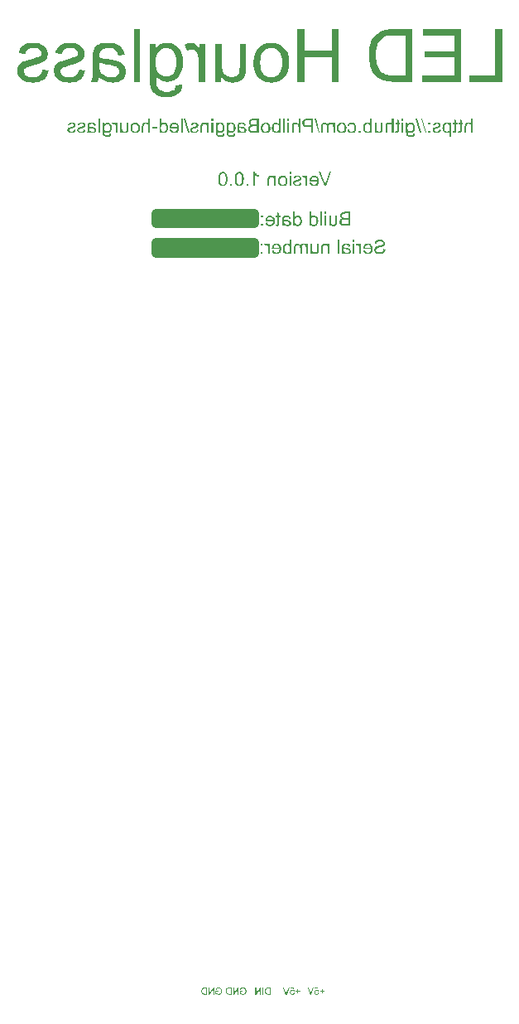
<source format=gbo>
%FSLAX33Y33*%
%MOMM*%
%ADD10C,1.*%
D10*
%LNpath-1*%
G01*
X36500Y84750D02*
X26500Y84750D01*
X26500Y83750*
X36500Y83750*
X36500Y84750*
X36500Y84750*
%LNpath-2*%
X36500Y81750D02*
X26500Y81750D01*
X26500Y80750*
X36500Y80750*
X36500Y81750*
X36500Y81750*
%LNbottom silkscreen_traces*%
%LNtext*%
G36*
X43500Y5116D02*
X43500Y5312D01*
X43694Y5312D01*
X43694Y5394D01*
X43500Y5394D01*
X43500Y5589D01*
X43417Y5589D01*
X43417Y5394D01*
X43222Y5394D01*
X43222Y5312D01*
X43417Y5312D01*
X43417Y5116D01*
X43500Y5116D01*
X43500Y5116D01*
X43124Y5188D02*
X43032Y5195D01*
X43025Y5164D01*
X43015Y5136D01*
X43002Y5113D01*
X42985Y5094D01*
X42965Y5079D01*
X42943Y5069D01*
X42920Y5062D01*
X42895Y5060D01*
X42864Y5063D01*
X42836Y5072D01*
X42810Y5087D01*
X42787Y5108D01*
X42768Y5134D01*
X42754Y5164D01*
X42746Y5197D01*
X42743Y5235D01*
X42746Y5270D01*
X42754Y5302D01*
X42767Y5330D01*
X42785Y5354D01*
X42808Y5373D01*
X42834Y5386D01*
X42863Y5394D01*
X42896Y5397D01*
X42917Y5396D01*
X42936Y5392D01*
X42955Y5386D01*
X42973Y5378D01*
X42989Y5367D01*
X43003Y5356D01*
X43016Y5342D01*
X43026Y5328D01*
X43109Y5338D01*
X43040Y5706D01*
X42684Y5706D01*
X42684Y5622D01*
X42969Y5622D01*
X43008Y5430D01*
X42975Y5449D01*
X42942Y5463D01*
X42908Y5472D01*
X42873Y5475D01*
X42828Y5471D01*
X42786Y5458D01*
X42748Y5438D01*
X42714Y5410D01*
X42686Y5375D01*
X42666Y5335D01*
X42654Y5291D01*
X42650Y5243D01*
X42653Y5196D01*
X42664Y5152D01*
X42682Y5112D01*
X42707Y5075D01*
X42744Y5037D01*
X42788Y5010D01*
X42838Y4993D01*
X42895Y4988D01*
X42941Y4991D01*
X42983Y5001D01*
X43021Y5019D01*
X43054Y5042D01*
X43082Y5072D01*
X43102Y5106D01*
X43117Y5145D01*
X43124Y5188D01*
X43124Y5188D01*
X42328Y5000D02*
X42605Y5716D01*
X42503Y5716D01*
X42317Y5196D01*
X42306Y5165D01*
X42296Y5135D01*
X42287Y5106D01*
X42279Y5079D01*
X42271Y5108D01*
X42261Y5137D01*
X42251Y5167D01*
X42241Y5196D01*
X42047Y5716D01*
X41951Y5716D01*
X42231Y5000D01*
X42328Y5000D01*
X42328Y5000D01*
X38173Y5000D02*
X38173Y5716D01*
X37928Y5716D01*
X37928Y5631D01*
X38078Y5631D01*
X38078Y5084D01*
X38078Y5084D01*
X37925Y5084D01*
X37892Y5085D01*
X37862Y5088D01*
X37836Y5092D01*
X37814Y5098D01*
X37795Y5105D01*
X37778Y5114D01*
X37763Y5123D01*
X37750Y5135D01*
X37734Y5153D01*
X37720Y5174D01*
X37708Y5198D01*
X37698Y5225D01*
X37689Y5255D01*
X37683Y5288D01*
X37680Y5324D01*
X37679Y5363D01*
X37681Y5416D01*
X37688Y5463D01*
X37699Y5502D01*
X37716Y5536D01*
X37735Y5564D01*
X37756Y5586D01*
X37780Y5604D01*
X37805Y5617D01*
X37827Y5623D01*
X37855Y5628D01*
X37888Y5630D01*
X37928Y5631D01*
X37928Y5716D01*
X37926Y5716D01*
X37887Y5715D01*
X37853Y5713D01*
X37823Y5710D01*
X37799Y5706D01*
X37769Y5697D01*
X37742Y5686D01*
X37717Y5671D01*
X37694Y5654D01*
X37667Y5629D01*
X37644Y5600D01*
X37625Y5568D01*
X37609Y5532D01*
X37597Y5493D01*
X37588Y5452D01*
X37583Y5408D01*
X37581Y5362D01*
X37582Y5322D01*
X37586Y5285D01*
X37592Y5250D01*
X37600Y5217D01*
X37610Y5187D01*
X37622Y5160D01*
X37635Y5135D01*
X37649Y5113D01*
X37664Y5094D01*
X37680Y5076D01*
X37697Y5061D01*
X37714Y5048D01*
X37733Y5037D01*
X37753Y5027D01*
X37775Y5019D01*
X37800Y5012D01*
X37826Y5007D01*
X37853Y5003D01*
X37883Y5001D01*
X37915Y5000D01*
X38173Y5000D01*
X38173Y5000D01*
X37435Y5000D02*
X37435Y5716D01*
X37340Y5716D01*
X37340Y5000D01*
X37435Y5000D01*
X37435Y5000D01*
X37174Y5000D02*
X37174Y5716D01*
X37077Y5716D01*
X36701Y5154D01*
X36701Y5716D01*
X36610Y5716D01*
X36610Y5000D01*
X36707Y5000D01*
X37083Y5563D01*
X37083Y5000D01*
X37174Y5000D01*
X37174Y5000D01*
X61856Y98219D02*
X61856Y103588D01*
X61146Y103588D01*
X61146Y98853D01*
X58502Y98853D01*
X58502Y98219D01*
X61856Y98219D01*
X61856Y98219D01*
X57641Y98219D02*
X57641Y103588D01*
X53759Y103588D01*
X53759Y102954D01*
X56931Y102954D01*
X56931Y101310D01*
X53961Y101310D01*
X53961Y100680D01*
X56931Y100680D01*
X56931Y98853D01*
X53635Y98853D01*
X53635Y98219D01*
X57641Y98219D01*
X57641Y98219D01*
X52653Y98219D02*
X52653Y103588D01*
X50815Y103588D01*
X50815Y102954D01*
X51943Y102954D01*
X51943Y98853D01*
X51943Y98853D01*
X50796Y98853D01*
X50545Y98859D01*
X50323Y98878D01*
X50129Y98909D01*
X49963Y98952D01*
X49820Y99006D01*
X49692Y99071D01*
X49579Y99145D01*
X49482Y99230D01*
X49362Y99367D01*
X49257Y99526D01*
X49165Y99707D01*
X49088Y99909D01*
X49026Y100134D01*
X48982Y100381D01*
X48956Y100651D01*
X48947Y100944D01*
X48964Y101341D01*
X49016Y101689D01*
X49103Y101988D01*
X49223Y102239D01*
X49369Y102446D01*
X49530Y102616D01*
X49705Y102749D01*
X49895Y102845D01*
X50060Y102893D01*
X50268Y102927D01*
X50520Y102948D01*
X50815Y102954D01*
X50815Y103588D01*
X50804Y103588D01*
X50509Y103583D01*
X50252Y103569D01*
X50031Y103545D01*
X49848Y103511D01*
X49626Y103447D01*
X49420Y103362D01*
X49232Y103255D01*
X49061Y103127D01*
X48862Y102935D01*
X48689Y102718D01*
X48544Y102476D01*
X48425Y102209D01*
X48333Y101920D01*
X48267Y101611D01*
X48228Y101282D01*
X48215Y100933D01*
X48223Y100636D01*
X48250Y100356D01*
X48295Y100094D01*
X48357Y99849D01*
X48434Y99623D01*
X48520Y99417D01*
X48617Y99232D01*
X48724Y99067D01*
X48838Y98921D01*
X48958Y98791D01*
X49082Y98677D01*
X49212Y98580D01*
X49352Y98497D01*
X49505Y98424D01*
X49673Y98362D01*
X49853Y98311D01*
X50048Y98271D01*
X50257Y98242D01*
X50479Y98225D01*
X50716Y98219D01*
X52653Y98219D01*
X52653Y98219D01*
X45131Y98219D02*
X45131Y103588D01*
X44421Y103588D01*
X44421Y101383D01*
X41630Y101383D01*
X41630Y103588D01*
X40920Y103588D01*
X40920Y98219D01*
X41630Y98219D01*
X41630Y100750D01*
X44421Y100750D01*
X44421Y98219D01*
X45131Y98219D01*
X45131Y98219D01*
X40066Y100164D02*
X40029Y100669D01*
X39916Y101104D01*
X39728Y101469D01*
X39466Y101764D01*
X39201Y101953D01*
X38909Y102088D01*
X38590Y102169D01*
X38243Y102196D01*
X37860Y102164D01*
X37514Y102065D01*
X37204Y101901D01*
X36932Y101671D01*
X36709Y101383D01*
X36550Y101045D01*
X36454Y100657D01*
X36423Y100219D01*
X36437Y99864D01*
X36479Y99548D01*
X36549Y99273D01*
X36648Y99038D01*
X36773Y98835D01*
X36924Y98656D01*
X37101Y98501D01*
X37303Y98370D01*
X37523Y98265D01*
X37753Y98191D01*
X37993Y98146D01*
X38243Y98131D01*
X38288Y98135D01*
X38243Y98673D01*
X38008Y98697D01*
X37793Y98767D01*
X37599Y98884D01*
X37426Y99047D01*
X37283Y99258D01*
X37181Y99519D01*
X37120Y99828D01*
X37100Y100186D01*
X37120Y100525D01*
X37182Y100820D01*
X37284Y101071D01*
X37428Y101279D01*
X37602Y101442D01*
X37795Y101558D01*
X38009Y101628D01*
X38243Y101651D01*
X38479Y101628D01*
X38695Y101558D01*
X38889Y101443D01*
X39063Y101281D01*
X39205Y101072D01*
X39307Y100817D01*
X39368Y100514D01*
X39389Y100164D01*
X39389Y100164D01*
X39368Y99814D01*
X39307Y99511D01*
X39205Y99255D01*
X39063Y99045D01*
X38889Y98883D01*
X38695Y98766D01*
X38479Y98697D01*
X38243Y98673D01*
X38288Y98135D01*
X38631Y98164D01*
X38981Y98262D01*
X39291Y98426D01*
X39563Y98655D01*
X39783Y98946D01*
X39940Y99294D01*
X40035Y99700D01*
X40066Y100164D01*
X40066Y100164D01*
X33101Y98219D02*
X33101Y98791D01*
X33348Y98502D01*
X33637Y98296D01*
X33965Y98173D01*
X34335Y98131D01*
X34504Y98140D01*
X34668Y98164D01*
X34826Y98206D01*
X34978Y98263D01*
X35117Y98333D01*
X35238Y98412D01*
X35339Y98499D01*
X35421Y98595D01*
X35488Y98700D01*
X35544Y98817D01*
X35589Y98945D01*
X35624Y99084D01*
X35642Y99195D01*
X35654Y99334D01*
X35662Y99502D01*
X35664Y99699D01*
X35664Y102109D01*
X35005Y102109D01*
X35005Y99952D01*
X35003Y99714D01*
X34995Y99519D01*
X34983Y99367D01*
X34965Y99256D01*
X34925Y99133D01*
X34868Y99024D01*
X34793Y98929D01*
X34701Y98847D01*
X34595Y98783D01*
X34476Y98736D01*
X34346Y98708D01*
X34203Y98699D01*
X34057Y98709D01*
X33916Y98737D01*
X33779Y98785D01*
X33647Y98851D01*
X33526Y98934D01*
X33425Y99031D01*
X33342Y99141D01*
X33279Y99265D01*
X33231Y99411D01*
X33198Y99586D01*
X33177Y99791D01*
X33171Y100025D01*
X33171Y102109D01*
X32511Y102109D01*
X32511Y98219D01*
X33101Y98219D01*
X33101Y98219D01*
X31486Y98219D02*
X31486Y102109D01*
X30893Y102109D01*
X30893Y101519D01*
X30781Y101708D01*
X30674Y101862D01*
X30572Y101981D01*
X30473Y102065D01*
X30375Y102122D01*
X30271Y102163D01*
X30163Y102188D01*
X30050Y102196D01*
X29883Y102183D01*
X29714Y102143D01*
X29544Y102077D01*
X29373Y101984D01*
X29600Y101372D01*
X29721Y101435D01*
X29842Y101480D01*
X29962Y101506D01*
X30083Y101515D01*
X30189Y101507D01*
X30288Y101483D01*
X30383Y101442D01*
X30471Y101385D01*
X30551Y101314D01*
X30619Y101230D01*
X30674Y101134D01*
X30717Y101025D01*
X30765Y100845D01*
X30799Y100657D01*
X30820Y100460D01*
X30827Y100256D01*
X30827Y98219D01*
X31486Y98219D01*
X31486Y98219D01*
X29102Y97897D02*
X28461Y97802D01*
X28432Y97664D01*
X28385Y97546D01*
X28320Y97448D01*
X28238Y97370D01*
X28104Y97290D01*
X27947Y97232D01*
X27769Y97198D01*
X27568Y97187D01*
X27352Y97198D01*
X27162Y97232D01*
X26998Y97290D01*
X26861Y97370D01*
X26746Y97470D01*
X26652Y97590D01*
X26578Y97727D01*
X26524Y97882D01*
X26502Y98011D01*
X26486Y98195D01*
X26478Y98434D01*
X26476Y98728D01*
X26787Y99060D01*
X26729Y99115D01*
X26594Y99314D01*
X26498Y99564D01*
X26441Y99863D01*
X26421Y100212D01*
X26441Y100547D01*
X26500Y100838D01*
X26599Y101085D01*
X26738Y101288D01*
X26905Y101447D01*
X27087Y101560D01*
X27286Y101628D01*
X27502Y101651D01*
X27713Y101628D01*
X27908Y101562D01*
X28087Y101450D01*
X28249Y101294D01*
X28383Y101094D01*
X28479Y100850D01*
X28537Y100563D01*
X28556Y100234D01*
X28556Y100234D01*
X28537Y99877D01*
X28480Y99572D01*
X28385Y99318D01*
X28252Y99117D01*
X28091Y98963D01*
X27910Y98853D01*
X27710Y98787D01*
X27491Y98765D01*
X27273Y98787D01*
X27073Y98852D01*
X26892Y98962D01*
X26787Y99060D01*
X26476Y98728D01*
X26706Y98506D01*
X26961Y98347D01*
X27244Y98251D01*
X27553Y98219D01*
X27931Y98256D01*
X28264Y98364D01*
X28552Y98545D01*
X28794Y98798D01*
X28987Y99102D01*
X29124Y99434D01*
X29206Y99796D01*
X29234Y100186D01*
X29221Y100459D01*
X29183Y100721D01*
X29120Y100972D01*
X29032Y101213D01*
X28920Y101435D01*
X28786Y101630D01*
X28628Y101799D01*
X28448Y101940D01*
X28249Y102052D01*
X28032Y102132D01*
X27799Y102180D01*
X27549Y102196D01*
X27220Y102162D01*
X26921Y102057D01*
X26652Y101883D01*
X26414Y101640D01*
X26414Y102109D01*
X25806Y102109D01*
X25806Y98747D01*
X25818Y98326D01*
X25852Y97971D01*
X25910Y97682D01*
X25991Y97459D01*
X26097Y97280D01*
X26230Y97120D01*
X26390Y96981D01*
X26577Y96861D01*
X26789Y96765D01*
X27024Y96696D01*
X27282Y96655D01*
X27564Y96641D01*
X27895Y96661D01*
X28193Y96719D01*
X28457Y96817D01*
X28688Y96954D01*
X28875Y97130D01*
X29006Y97346D01*
X29082Y97602D01*
X29102Y97897D01*
X29102Y97897D01*
X24825Y98219D02*
X24825Y103588D01*
X24165Y103588D01*
X24165Y98219D01*
X24825Y98219D01*
X24825Y98219D01*
X20606Y98699D02*
X20787Y98555D01*
X20813Y98537D01*
X21064Y98905D01*
X20946Y99012D01*
X20847Y99133D01*
X20767Y99270D01*
X20721Y99395D01*
X20687Y99547D01*
X20668Y99725D01*
X20661Y99930D01*
X20661Y100171D01*
X20661Y100171D01*
X20863Y100101D01*
X21110Y100036D01*
X21401Y99976D01*
X21738Y99922D01*
X21926Y99892D01*
X22085Y99860D01*
X22213Y99826D01*
X22313Y99790D01*
X22392Y99750D01*
X22462Y99700D01*
X22522Y99642D01*
X22573Y99576D01*
X22613Y99504D01*
X22641Y99427D01*
X22658Y99347D01*
X22664Y99263D01*
X22652Y99137D01*
X22614Y99021D01*
X22552Y98917D01*
X22465Y98824D01*
X22353Y98747D01*
X22219Y98692D01*
X22061Y98659D01*
X21880Y98648D01*
X21695Y98658D01*
X21521Y98690D01*
X21356Y98742D01*
X21203Y98814D01*
X21064Y98905D01*
X20813Y98537D01*
X20965Y98434D01*
X21140Y98335D01*
X21311Y98260D01*
X21483Y98204D01*
X21662Y98164D01*
X21847Y98140D01*
X22038Y98131D01*
X22340Y98151D01*
X22605Y98210D01*
X22832Y98308D01*
X23023Y98445D01*
X23174Y98612D01*
X23281Y98801D01*
X23346Y99012D01*
X23367Y99245D01*
X23359Y99385D01*
X23335Y99518D01*
X23294Y99645D01*
X23237Y99767D01*
X23167Y99879D01*
X23087Y99979D01*
X22997Y100068D01*
X22897Y100146D01*
X22788Y100213D01*
X22673Y100271D01*
X22551Y100321D01*
X22422Y100362D01*
X22313Y100387D01*
X22179Y100412D01*
X22020Y100437D01*
X21836Y100461D01*
X21464Y100510D01*
X21143Y100565D01*
X20876Y100624D01*
X20661Y100688D01*
X20659Y100749D01*
X20658Y100798D01*
X20657Y100835D01*
X20657Y100860D01*
X20669Y101046D01*
X20704Y101203D01*
X20762Y101330D01*
X20844Y101427D01*
X20986Y101525D01*
X21158Y101595D01*
X21361Y101637D01*
X21595Y101651D01*
X21812Y101641D01*
X21999Y101610D01*
X22155Y101559D01*
X22281Y101488D01*
X22385Y101391D01*
X22474Y101262D01*
X22549Y101102D01*
X22609Y100911D01*
X23254Y100999D01*
X23203Y101196D01*
X23137Y101373D01*
X23058Y101530D01*
X22964Y101667D01*
X22852Y101787D01*
X22718Y101892D01*
X22561Y101983D01*
X22382Y102059D01*
X22184Y102119D01*
X21971Y102162D01*
X21743Y102188D01*
X21500Y102196D01*
X21262Y102189D01*
X21048Y102167D01*
X20858Y102131D01*
X20690Y102079D01*
X20545Y102017D01*
X20420Y101947D01*
X20316Y101869D01*
X20232Y101784D01*
X20165Y101690D01*
X20108Y101583D01*
X20062Y101465D01*
X20027Y101336D01*
X20013Y101235D01*
X20003Y101100D01*
X19996Y100931D01*
X19994Y100728D01*
X19994Y99849D01*
X19992Y99432D01*
X19984Y99099D01*
X19971Y98850D01*
X19952Y98686D01*
X19926Y98566D01*
X19890Y98448D01*
X19843Y98332D01*
X19786Y98219D01*
X20474Y98219D01*
X20521Y98326D01*
X20558Y98442D01*
X20587Y98566D01*
X20606Y98699D01*
X20606Y98699D01*
X19236Y99380D02*
X18584Y99483D01*
X18545Y99298D01*
X18481Y99137D01*
X18392Y98998D01*
X18279Y98882D01*
X18141Y98791D01*
X17978Y98726D01*
X17790Y98687D01*
X17577Y98673D01*
X17365Y98685D01*
X17182Y98720D01*
X17028Y98778D01*
X16904Y98858D01*
X16807Y98955D01*
X16739Y99059D01*
X16698Y99172D01*
X16684Y99292D01*
X16696Y99398D01*
X16732Y99492D01*
X16793Y99574D01*
X16878Y99644D01*
X16971Y99691D01*
X17114Y99744D01*
X17308Y99803D01*
X17552Y99867D01*
X17886Y99956D01*
X18166Y100038D01*
X18389Y100114D01*
X18557Y100184D01*
X18689Y100257D01*
X18803Y100343D01*
X18901Y100442D01*
X18982Y100554D01*
X19045Y100675D01*
X19090Y100803D01*
X19117Y100936D01*
X19126Y101076D01*
X19119Y101203D01*
X19097Y101326D01*
X19059Y101444D01*
X19007Y101557D01*
X18943Y101663D01*
X18867Y101760D01*
X18780Y101848D01*
X18683Y101925D01*
X18599Y101980D01*
X18502Y102030D01*
X18390Y102076D01*
X18264Y102118D01*
X18129Y102152D01*
X17989Y102177D01*
X17844Y102192D01*
X17695Y102196D01*
X17473Y102188D01*
X17265Y102163D01*
X17071Y102122D01*
X16891Y102065D01*
X16729Y101993D01*
X16590Y101909D01*
X16474Y101814D01*
X16380Y101708D01*
X16304Y101585D01*
X16241Y101444D01*
X16190Y101284D01*
X16153Y101105D01*
X16797Y101017D01*
X16830Y101159D01*
X16883Y101285D01*
X16957Y101394D01*
X17052Y101486D01*
X17168Y101560D01*
X17306Y101612D01*
X17466Y101644D01*
X17647Y101654D01*
X17858Y101645D01*
X18036Y101617D01*
X18182Y101570D01*
X18295Y101504D01*
X18380Y101426D01*
X18441Y101341D01*
X18477Y101250D01*
X18489Y101153D01*
X18484Y101090D01*
X18469Y101031D01*
X18444Y100975D01*
X18409Y100922D01*
X18363Y100871D01*
X18305Y100825D01*
X18236Y100783D01*
X18156Y100746D01*
X18083Y100722D01*
X17961Y100686D01*
X17791Y100638D01*
X17574Y100578D01*
X17250Y100489D01*
X16980Y100408D01*
X16762Y100336D01*
X16598Y100272D01*
X16467Y100206D01*
X16351Y100126D01*
X16250Y100033D01*
X16164Y99926D01*
X16095Y99806D01*
X16046Y99671D01*
X16016Y99524D01*
X16006Y99362D01*
X16018Y99200D01*
X16054Y99042D01*
X16114Y98889D01*
X16199Y98741D01*
X16305Y98604D01*
X16433Y98483D01*
X16583Y98379D01*
X16753Y98291D01*
X16941Y98221D01*
X17140Y98171D01*
X17351Y98141D01*
X17574Y98131D01*
X17930Y98151D01*
X18242Y98210D01*
X18508Y98309D01*
X18729Y98446D01*
X18910Y98623D01*
X19055Y98837D01*
X19163Y99090D01*
X19236Y99380D01*
X19236Y99380D01*
X15486Y99380D02*
X14834Y99483D01*
X14794Y99298D01*
X14730Y99137D01*
X14642Y98998D01*
X14528Y98882D01*
X14391Y98791D01*
X14228Y98726D01*
X14040Y98687D01*
X13827Y98673D01*
X13615Y98685D01*
X13432Y98720D01*
X13278Y98778D01*
X13153Y98858D01*
X13057Y98955D01*
X12989Y99059D01*
X12947Y99172D01*
X12934Y99292D01*
X12946Y99398D01*
X12982Y99492D01*
X13043Y99574D01*
X13128Y99644D01*
X13221Y99691D01*
X13364Y99744D01*
X13558Y99803D01*
X13801Y99867D01*
X14136Y99956D01*
X14415Y100038D01*
X14639Y100114D01*
X14807Y100184D01*
X14938Y100257D01*
X15053Y100343D01*
X15151Y100442D01*
X15232Y100554D01*
X15295Y100675D01*
X15340Y100803D01*
X15367Y100936D01*
X15376Y101076D01*
X15369Y101203D01*
X15346Y101326D01*
X15309Y101444D01*
X15257Y101557D01*
X15192Y101663D01*
X15117Y101760D01*
X15030Y101848D01*
X14933Y101925D01*
X14849Y101980D01*
X14751Y102030D01*
X14640Y102076D01*
X14514Y102118D01*
X14379Y102152D01*
X14239Y102177D01*
X14094Y102192D01*
X13944Y102196D01*
X13722Y102188D01*
X13514Y102163D01*
X13320Y102122D01*
X13140Y102065D01*
X12979Y101993D01*
X12840Y101909D01*
X12723Y101814D01*
X12630Y101708D01*
X12554Y101585D01*
X12490Y101444D01*
X12440Y101284D01*
X12403Y101105D01*
X13047Y101017D01*
X13079Y101159D01*
X13133Y101285D01*
X13207Y101394D01*
X13302Y101486D01*
X13418Y101560D01*
X13556Y101612D01*
X13715Y101644D01*
X13897Y101654D01*
X14108Y101645D01*
X14286Y101617D01*
X14432Y101570D01*
X14545Y101504D01*
X14630Y101426D01*
X14690Y101341D01*
X14727Y101250D01*
X14739Y101153D01*
X14734Y101090D01*
X14719Y101031D01*
X14694Y100975D01*
X14658Y100922D01*
X14612Y100871D01*
X14555Y100825D01*
X14486Y100783D01*
X14406Y100746D01*
X14332Y100722D01*
X14211Y100686D01*
X14041Y100638D01*
X13823Y100578D01*
X13500Y100489D01*
X13230Y100408D01*
X13012Y100336D01*
X12848Y100272D01*
X12717Y100206D01*
X12601Y100126D01*
X12500Y100033D01*
X12414Y99926D01*
X12345Y99806D01*
X12295Y99671D01*
X12266Y99524D01*
X12256Y99362D01*
X12268Y99200D01*
X12304Y99042D01*
X12364Y98889D01*
X12448Y98741D01*
X12555Y98604D01*
X12683Y98483D01*
X12833Y98379D01*
X13003Y98291D01*
X13190Y98221D01*
X13390Y98171D01*
X13601Y98141D01*
X13823Y98131D01*
X14180Y98151D01*
X14491Y98210D01*
X14758Y98309D01*
X14979Y98446D01*
X15160Y98623D01*
X15304Y98837D01*
X15413Y99090D01*
X15486Y99380D01*
X15486Y99380D01*
X49910Y81110D02*
X49731Y81126D01*
X49723Y81074D01*
X49710Y81028D01*
X49693Y80986D01*
X49672Y80949D01*
X49646Y80917D01*
X49613Y80887D01*
X49574Y80861D01*
X49528Y80838D01*
X49478Y80819D01*
X49425Y80806D01*
X49368Y80798D01*
X49309Y80796D01*
X49256Y80798D01*
X49207Y80804D01*
X49160Y80814D01*
X49117Y80828D01*
X49078Y80845D01*
X49045Y80866D01*
X49017Y80890D01*
X48994Y80916D01*
X48976Y80945D01*
X48963Y80975D01*
X48956Y81006D01*
X48953Y81039D01*
X48956Y81071D01*
X48963Y81102D01*
X48975Y81130D01*
X48992Y81156D01*
X49015Y81180D01*
X49044Y81203D01*
X49079Y81223D01*
X49121Y81241D01*
X49159Y81254D01*
X49214Y81270D01*
X49286Y81289D01*
X49376Y81311D01*
X49467Y81334D01*
X49544Y81357D01*
X49605Y81379D01*
X49652Y81400D01*
X49700Y81428D01*
X49742Y81460D01*
X49777Y81495D01*
X49805Y81533D01*
X49827Y81574D01*
X49843Y81618D01*
X49852Y81663D01*
X49855Y81712D01*
X49852Y81765D01*
X49840Y81816D01*
X49821Y81866D01*
X49794Y81914D01*
X49760Y81958D01*
X49718Y81997D01*
X49670Y82030D01*
X49614Y82057D01*
X49554Y82079D01*
X49490Y82094D01*
X49422Y82103D01*
X49352Y82106D01*
X49274Y82103D01*
X49202Y82093D01*
X49134Y82077D01*
X49071Y82055D01*
X49014Y82026D01*
X48963Y81991D01*
X48920Y81951D01*
X48884Y81904D01*
X48855Y81852D01*
X48833Y81798D01*
X48820Y81740D01*
X48813Y81678D01*
X48995Y81665D01*
X49007Y81728D01*
X49027Y81784D01*
X49056Y81831D01*
X49094Y81870D01*
X49142Y81900D01*
X49199Y81922D01*
X49266Y81935D01*
X49344Y81939D01*
X49424Y81935D01*
X49492Y81923D01*
X49549Y81904D01*
X49594Y81876D01*
X49629Y81843D01*
X49653Y81807D01*
X49668Y81767D01*
X49673Y81724D01*
X49669Y81687D01*
X49659Y81654D01*
X49642Y81624D01*
X49617Y81597D01*
X49579Y81572D01*
X49518Y81547D01*
X49436Y81521D01*
X49332Y81495D01*
X49225Y81470D01*
X49137Y81446D01*
X49067Y81424D01*
X49015Y81404D01*
X48956Y81373D01*
X48906Y81339D01*
X48864Y81300D01*
X48830Y81258D01*
X48804Y81212D01*
X48785Y81163D01*
X48774Y81110D01*
X48771Y81054D01*
X48775Y80998D01*
X48787Y80943D01*
X48807Y80890D01*
X48836Y80839D01*
X48872Y80791D01*
X48916Y80749D01*
X48966Y80713D01*
X49024Y80682D01*
X49087Y80657D01*
X49154Y80640D01*
X49225Y80629D01*
X49300Y80626D01*
X49393Y80629D01*
X49478Y80640D01*
X49556Y80657D01*
X49625Y80682D01*
X49688Y80714D01*
X49743Y80753D01*
X49791Y80799D01*
X49832Y80853D01*
X49864Y80911D01*
X49889Y80974D01*
X49904Y81040D01*
X49910Y81110D01*
X49910Y81110D01*
X47824Y80984D02*
X47643Y80962D01*
X47669Y80886D01*
X47704Y80820D01*
X47748Y80763D01*
X47802Y80714D01*
X47864Y80676D01*
X47934Y80649D01*
X48012Y80632D01*
X48099Y80627D01*
X48206Y80635D01*
X48303Y80662D01*
X48387Y80705D01*
X48459Y80767D01*
X48518Y80844D01*
X48559Y80935D01*
X48584Y81040D01*
X48593Y81160D01*
X48584Y81283D01*
X48559Y81392D01*
X48517Y81486D01*
X48458Y81566D01*
X48386Y81629D01*
X48303Y81674D01*
X48211Y81702D01*
X48108Y81711D01*
X48094Y81709D01*
X48106Y81566D01*
X48165Y81561D01*
X48218Y81546D01*
X48266Y81520D01*
X48310Y81485D01*
X48347Y81441D01*
X48374Y81390D01*
X48392Y81333D01*
X48401Y81268D01*
X48401Y81268D01*
X47822Y81268D01*
X47831Y81330D01*
X47845Y81383D01*
X47864Y81428D01*
X47889Y81464D01*
X47934Y81509D01*
X47985Y81541D01*
X48043Y81560D01*
X48106Y81566D01*
X48094Y81709D01*
X48009Y81702D01*
X47919Y81675D01*
X47839Y81631D01*
X47769Y81569D01*
X47711Y81491D01*
X47670Y81399D01*
X47645Y81292D01*
X47637Y81171D01*
X47637Y81162D01*
X47637Y81151D01*
X47637Y81138D01*
X47638Y81124D01*
X48411Y81124D01*
X48401Y81043D01*
X48382Y80973D01*
X48353Y80912D01*
X48314Y80862D01*
X48268Y80822D01*
X48217Y80794D01*
X48160Y80777D01*
X48098Y80771D01*
X48051Y80774D01*
X48008Y80784D01*
X47969Y80800D01*
X47933Y80822D01*
X47900Y80851D01*
X47871Y80888D01*
X47846Y80932D01*
X47824Y80984D01*
X47824Y80984D01*
X47424Y80650D02*
X47424Y81687D01*
X47266Y81687D01*
X47266Y81530D01*
X47236Y81580D01*
X47207Y81621D01*
X47180Y81653D01*
X47154Y81675D01*
X47127Y81691D01*
X47100Y81702D01*
X47071Y81708D01*
X47041Y81711D01*
X46996Y81707D01*
X46951Y81696D01*
X46906Y81679D01*
X46860Y81654D01*
X46921Y81491D01*
X46953Y81507D01*
X46985Y81519D01*
X47018Y81527D01*
X47050Y81529D01*
X47078Y81527D01*
X47104Y81520D01*
X47130Y81509D01*
X47153Y81494D01*
X47175Y81475D01*
X47193Y81453D01*
X47207Y81427D01*
X47219Y81398D01*
X47232Y81350D01*
X47241Y81300D01*
X47246Y81248D01*
X47248Y81193D01*
X47248Y80650D01*
X47424Y80650D01*
X47424Y80650D01*
X46755Y80650D02*
X46755Y81687D01*
X46579Y81687D01*
X46579Y80650D01*
X46755Y80650D01*
X46755Y80650D01*
X46755Y81879D02*
X46755Y82082D01*
X46579Y82082D01*
X46579Y81879D01*
X46755Y81879D01*
X46755Y81879D01*
X45635Y80778D02*
X45683Y80739D01*
X45690Y80735D01*
X45757Y80833D01*
X45725Y80861D01*
X45699Y80894D01*
X45678Y80930D01*
X45665Y80964D01*
X45657Y81004D01*
X45651Y81051D01*
X45649Y81106D01*
X45649Y81171D01*
X45649Y81171D01*
X45703Y81152D01*
X45769Y81134D01*
X45847Y81119D01*
X45937Y81104D01*
X45987Y81096D01*
X46029Y81087D01*
X46063Y81078D01*
X46090Y81069D01*
X46111Y81058D01*
X46130Y81045D01*
X46146Y81029D01*
X46159Y81012D01*
X46170Y80992D01*
X46178Y80972D01*
X46182Y80951D01*
X46184Y80928D01*
X46180Y80895D01*
X46170Y80864D01*
X46154Y80836D01*
X46130Y80811D01*
X46101Y80791D01*
X46065Y80776D01*
X46023Y80767D01*
X45975Y80764D01*
X45925Y80767D01*
X45879Y80775D01*
X45835Y80789D01*
X45794Y80809D01*
X45757Y80833D01*
X45690Y80735D01*
X45731Y80707D01*
X45777Y80681D01*
X45823Y80661D01*
X45869Y80646D01*
X45916Y80635D01*
X45966Y80629D01*
X46017Y80627D01*
X46097Y80632D01*
X46168Y80647D01*
X46228Y80674D01*
X46279Y80710D01*
X46319Y80755D01*
X46348Y80805D01*
X46365Y80861D01*
X46371Y80923D01*
X46369Y80961D01*
X46362Y80996D01*
X46352Y81030D01*
X46336Y81063D01*
X46318Y81093D01*
X46296Y81119D01*
X46272Y81143D01*
X46246Y81164D01*
X46217Y81182D01*
X46186Y81197D01*
X46153Y81210D01*
X46119Y81221D01*
X46090Y81228D01*
X46054Y81235D01*
X46012Y81241D01*
X45963Y81248D01*
X45863Y81261D01*
X45778Y81275D01*
X45707Y81291D01*
X45649Y81308D01*
X45649Y81325D01*
X45649Y81338D01*
X45649Y81348D01*
X45648Y81354D01*
X45652Y81404D01*
X45661Y81446D01*
X45676Y81480D01*
X45698Y81505D01*
X45736Y81532D01*
X45782Y81550D01*
X45836Y81561D01*
X45898Y81565D01*
X45956Y81562D01*
X46006Y81554D01*
X46048Y81541D01*
X46082Y81522D01*
X46109Y81496D01*
X46133Y81461D01*
X46153Y81419D01*
X46169Y81368D01*
X46341Y81391D01*
X46327Y81444D01*
X46310Y81491D01*
X46289Y81533D01*
X46264Y81569D01*
X46234Y81601D01*
X46198Y81629D01*
X46156Y81654D01*
X46108Y81674D01*
X46056Y81690D01*
X45999Y81701D01*
X45938Y81708D01*
X45873Y81711D01*
X45810Y81709D01*
X45753Y81703D01*
X45702Y81693D01*
X45657Y81679D01*
X45619Y81663D01*
X45585Y81644D01*
X45557Y81623D01*
X45535Y81601D01*
X45517Y81575D01*
X45502Y81547D01*
X45490Y81516D01*
X45481Y81481D01*
X45477Y81454D01*
X45474Y81418D01*
X45472Y81373D01*
X45472Y81319D01*
X45472Y81085D01*
X45471Y80973D01*
X45469Y80884D01*
X45465Y80818D01*
X45460Y80775D01*
X45453Y80742D01*
X45444Y80711D01*
X45431Y80680D01*
X45416Y80650D01*
X45600Y80650D01*
X45612Y80679D01*
X45622Y80709D01*
X45630Y80742D01*
X45635Y80778D01*
X45635Y80778D01*
X45203Y80650D02*
X45203Y82082D01*
X45027Y82082D01*
X45027Y80650D01*
X45203Y80650D01*
X45203Y80650D01*
X44199Y80650D02*
X44199Y81687D01*
X44041Y81687D01*
X44041Y81540D01*
X43978Y81614D01*
X43901Y81668D01*
X43813Y81700D01*
X43711Y81711D01*
X43665Y81708D01*
X43621Y81702D01*
X43579Y81692D01*
X43539Y81677D01*
X43502Y81659D01*
X43470Y81638D01*
X43443Y81615D01*
X43421Y81588D01*
X43403Y81560D01*
X43388Y81529D01*
X43376Y81495D01*
X43366Y81459D01*
X43362Y81430D01*
X43359Y81391D01*
X43357Y81344D01*
X43357Y81288D01*
X43357Y80650D01*
X43532Y80650D01*
X43532Y81281D01*
X43534Y81331D01*
X43537Y81375D01*
X43544Y81412D01*
X43553Y81442D01*
X43565Y81467D01*
X43581Y81489D01*
X43601Y81509D01*
X43626Y81526D01*
X43653Y81540D01*
X43682Y81550D01*
X43714Y81556D01*
X43748Y81558D01*
X43802Y81554D01*
X43853Y81540D01*
X43899Y81518D01*
X43942Y81487D01*
X43978Y81443D01*
X44003Y81384D01*
X44018Y81308D01*
X44024Y81216D01*
X44024Y80650D01*
X44199Y80650D01*
X44199Y80650D01*
X42407Y80650D02*
X42407Y80802D01*
X42473Y80725D01*
X42550Y80671D01*
X42638Y80638D01*
X42736Y80627D01*
X42782Y80629D01*
X42825Y80635D01*
X42867Y80646D01*
X42908Y80662D01*
X42945Y80680D01*
X42977Y80701D01*
X43004Y80725D01*
X43026Y80750D01*
X43044Y80778D01*
X43059Y80809D01*
X43071Y80843D01*
X43080Y80880D01*
X43085Y80910D01*
X43088Y80947D01*
X43090Y80992D01*
X43091Y81045D01*
X43091Y81687D01*
X42915Y81687D01*
X42915Y81112D01*
X42914Y81049D01*
X42912Y80997D01*
X42909Y80956D01*
X42904Y80926D01*
X42894Y80894D01*
X42878Y80864D01*
X42859Y80839D01*
X42834Y80817D01*
X42806Y80800D01*
X42774Y80788D01*
X42739Y80780D01*
X42701Y80778D01*
X42662Y80780D01*
X42625Y80788D01*
X42588Y80801D01*
X42553Y80818D01*
X42521Y80841D01*
X42494Y80866D01*
X42472Y80896D01*
X42455Y80929D01*
X42442Y80968D01*
X42433Y81014D01*
X42428Y81069D01*
X42426Y81131D01*
X42426Y81687D01*
X42250Y81687D01*
X42250Y80650D01*
X42407Y80650D01*
X42407Y80650D01*
X41975Y80650D02*
X41975Y81687D01*
X41817Y81687D01*
X41817Y81542D01*
X41791Y81578D01*
X41761Y81610D01*
X41726Y81639D01*
X41688Y81664D01*
X41646Y81684D01*
X41601Y81699D01*
X41553Y81708D01*
X41503Y81711D01*
X41448Y81708D01*
X41398Y81699D01*
X41353Y81684D01*
X41314Y81663D01*
X41280Y81636D01*
X41251Y81605D01*
X41228Y81569D01*
X41210Y81529D01*
X41144Y81608D01*
X41068Y81665D01*
X40984Y81699D01*
X40890Y81711D01*
X40817Y81705D01*
X40753Y81689D01*
X40698Y81662D01*
X40652Y81625D01*
X40616Y81577D01*
X40590Y81517D01*
X40575Y81445D01*
X40569Y81362D01*
X40569Y80650D01*
X40744Y80650D01*
X40744Y81303D01*
X40745Y81352D01*
X40748Y81394D01*
X40754Y81428D01*
X40761Y81455D01*
X40772Y81477D01*
X40785Y81497D01*
X40803Y81515D01*
X40823Y81530D01*
X40847Y81542D01*
X40872Y81551D01*
X40899Y81556D01*
X40929Y81558D01*
X40981Y81554D01*
X41029Y81540D01*
X41072Y81517D01*
X41110Y81485D01*
X41142Y81444D01*
X41165Y81391D01*
X41178Y81327D01*
X41183Y81253D01*
X41183Y80650D01*
X41358Y80650D01*
X41358Y81324D01*
X41361Y81379D01*
X41369Y81426D01*
X41383Y81467D01*
X41401Y81500D01*
X41426Y81525D01*
X41458Y81544D01*
X41497Y81555D01*
X41542Y81558D01*
X41578Y81556D01*
X41613Y81548D01*
X41647Y81536D01*
X41679Y81519D01*
X41709Y81497D01*
X41734Y81471D01*
X41754Y81440D01*
X41771Y81405D01*
X41783Y81363D01*
X41792Y81313D01*
X41797Y81255D01*
X41799Y81188D01*
X41799Y80650D01*
X41975Y80650D01*
X41975Y80650D01*
X40147Y80650D02*
X40310Y80650D01*
X40310Y82082D01*
X40134Y82082D01*
X40134Y81571D01*
X40074Y81632D01*
X40007Y81676D01*
X39932Y81702D01*
X39850Y81711D01*
X39802Y81708D01*
X39756Y81701D01*
X39712Y81689D01*
X39668Y81672D01*
X39628Y81651D01*
X39591Y81626D01*
X39557Y81597D01*
X39528Y81564D01*
X39502Y81527D01*
X39479Y81487D01*
X39459Y81443D01*
X39441Y81395D01*
X39428Y81345D01*
X39418Y81293D01*
X39412Y81239D01*
X39410Y81184D01*
X39418Y81058D01*
X39443Y80948D01*
X39484Y80852D01*
X39542Y80772D01*
X39611Y80708D01*
X39687Y80663D01*
X39769Y80636D01*
X39858Y80627D01*
X39945Y80636D01*
X40022Y80665D01*
X40089Y80713D01*
X40140Y80773D01*
X40053Y80847D01*
X40000Y80805D01*
X39940Y80780D01*
X39873Y80771D01*
X39817Y80777D01*
X39766Y80796D01*
X39718Y80827D01*
X39674Y80871D01*
X39637Y80927D01*
X39611Y80996D01*
X39595Y81077D01*
X39590Y81170D01*
X39595Y81264D01*
X39610Y81346D01*
X39635Y81414D01*
X39670Y81469D01*
X39713Y81512D01*
X39759Y81542D01*
X39810Y81560D01*
X39865Y81566D01*
X39921Y81560D01*
X39973Y81541D01*
X40021Y81510D01*
X40064Y81466D01*
X40101Y81410D01*
X40127Y81343D01*
X40143Y81266D01*
X40148Y81176D01*
X40148Y81176D01*
X40145Y81090D01*
X40136Y81016D01*
X40120Y80955D01*
X40098Y80907D01*
X40053Y80847D01*
X40140Y80773D01*
X40147Y80780D01*
X40147Y80650D01*
X40147Y80650D01*
X38486Y80984D02*
X38305Y80962D01*
X38331Y80886D01*
X38366Y80820D01*
X38410Y80763D01*
X38464Y80714D01*
X38526Y80676D01*
X38596Y80649D01*
X38674Y80632D01*
X38761Y80627D01*
X38869Y80635D01*
X38965Y80662D01*
X39049Y80705D01*
X39122Y80767D01*
X39180Y80844D01*
X39222Y80935D01*
X39247Y81040D01*
X39255Y81160D01*
X39246Y81283D01*
X39221Y81392D01*
X39179Y81486D01*
X39120Y81566D01*
X39048Y81629D01*
X38965Y81674D01*
X38873Y81702D01*
X38771Y81711D01*
X38756Y81709D01*
X38769Y81566D01*
X38827Y81561D01*
X38880Y81546D01*
X38929Y81520D01*
X38972Y81485D01*
X39009Y81441D01*
X39036Y81390D01*
X39054Y81333D01*
X39063Y81268D01*
X39063Y81268D01*
X38484Y81268D01*
X38493Y81330D01*
X38507Y81383D01*
X38526Y81428D01*
X38551Y81464D01*
X38596Y81509D01*
X38647Y81541D01*
X38705Y81560D01*
X38769Y81566D01*
X38756Y81709D01*
X38671Y81702D01*
X38582Y81675D01*
X38501Y81631D01*
X38431Y81569D01*
X38373Y81491D01*
X38332Y81399D01*
X38307Y81292D01*
X38299Y81171D01*
X38299Y81162D01*
X38299Y81151D01*
X38299Y81138D01*
X38300Y81124D01*
X39073Y81124D01*
X39064Y81043D01*
X39044Y80973D01*
X39015Y80912D01*
X38977Y80862D01*
X38930Y80822D01*
X38879Y80794D01*
X38822Y80777D01*
X38760Y80771D01*
X38713Y80774D01*
X38670Y80784D01*
X38631Y80800D01*
X38595Y80822D01*
X38562Y80851D01*
X38533Y80888D01*
X38508Y80932D01*
X38486Y80984D01*
X38486Y80984D01*
X38086Y80650D02*
X38086Y81687D01*
X37928Y81687D01*
X37928Y81530D01*
X37898Y81580D01*
X37869Y81621D01*
X37842Y81653D01*
X37816Y81675D01*
X37790Y81691D01*
X37762Y81702D01*
X37733Y81708D01*
X37703Y81711D01*
X37658Y81707D01*
X37614Y81696D01*
X37568Y81679D01*
X37522Y81654D01*
X37583Y81491D01*
X37615Y81507D01*
X37647Y81519D01*
X37680Y81527D01*
X37712Y81529D01*
X37740Y81527D01*
X37767Y81520D01*
X37792Y81509D01*
X37815Y81494D01*
X37837Y81475D01*
X37855Y81453D01*
X37869Y81427D01*
X37881Y81398D01*
X37894Y81350D01*
X37903Y81300D01*
X37908Y81248D01*
X37910Y81193D01*
X37910Y80650D01*
X38086Y80650D01*
X38086Y80650D01*
X37369Y80650D02*
X37369Y80850D01*
X37169Y80850D01*
X37169Y80650D01*
X37369Y80650D01*
X37369Y80650D01*
X37369Y81487D02*
X37369Y81687D01*
X37169Y81687D01*
X37169Y81487D01*
X37369Y81487D01*
X37369Y81487D01*
X35338Y5281D02*
X35338Y5365D01*
X35035Y5365D01*
X35035Y5100D01*
X35070Y5074D01*
X35106Y5051D01*
X35142Y5032D01*
X35179Y5016D01*
X35216Y5004D01*
X35254Y4995D01*
X35292Y4990D01*
X35331Y4988D01*
X35383Y4991D01*
X35432Y4999D01*
X35478Y5013D01*
X35523Y5033D01*
X35563Y5058D01*
X35598Y5088D01*
X35628Y5123D01*
X35653Y5164D01*
X35672Y5208D01*
X35686Y5254D01*
X35694Y5303D01*
X35697Y5354D01*
X35694Y5406D01*
X35686Y5456D01*
X35672Y5503D01*
X35653Y5550D01*
X35629Y5592D01*
X35600Y5628D01*
X35566Y5659D01*
X35527Y5684D01*
X35485Y5703D01*
X35439Y5717D01*
X35390Y5725D01*
X35338Y5728D01*
X35300Y5726D01*
X35264Y5722D01*
X35230Y5714D01*
X35198Y5703D01*
X35168Y5689D01*
X35142Y5673D01*
X35119Y5654D01*
X35100Y5633D01*
X35083Y5609D01*
X35068Y5581D01*
X35056Y5550D01*
X35045Y5516D01*
X35131Y5492D01*
X35139Y5518D01*
X35149Y5541D01*
X35159Y5561D01*
X35171Y5578D01*
X35184Y5593D01*
X35200Y5606D01*
X35218Y5618D01*
X35239Y5628D01*
X35262Y5636D01*
X35286Y5642D01*
X35311Y5646D01*
X35338Y5647D01*
X35369Y5646D01*
X35398Y5642D01*
X35425Y5636D01*
X35450Y5627D01*
X35473Y5617D01*
X35493Y5604D01*
X35511Y5591D01*
X35527Y5575D01*
X35540Y5559D01*
X35552Y5541D01*
X35563Y5523D01*
X35572Y5504D01*
X35584Y5470D01*
X35592Y5435D01*
X35597Y5398D01*
X35599Y5360D01*
X35597Y5314D01*
X35591Y5272D01*
X35581Y5234D01*
X35566Y5200D01*
X35548Y5170D01*
X35526Y5144D01*
X35500Y5122D01*
X35470Y5104D01*
X35438Y5091D01*
X35405Y5081D01*
X35371Y5075D01*
X35336Y5073D01*
X35306Y5075D01*
X35276Y5079D01*
X35246Y5087D01*
X35216Y5097D01*
X35189Y5109D01*
X35165Y5121D01*
X35144Y5134D01*
X35127Y5147D01*
X35127Y5281D01*
X35338Y5281D01*
X35338Y5281D01*
X34896Y5000D02*
X34896Y5716D01*
X34799Y5716D01*
X34423Y5154D01*
X34423Y5716D01*
X34332Y5716D01*
X34332Y5000D01*
X34429Y5000D01*
X34805Y5563D01*
X34805Y5000D01*
X34896Y5000D01*
X34896Y5000D01*
X34173Y5000D02*
X34173Y5716D01*
X33928Y5716D01*
X33928Y5631D01*
X34078Y5631D01*
X34078Y5084D01*
X34078Y5084D01*
X33925Y5084D01*
X33892Y5085D01*
X33862Y5088D01*
X33836Y5092D01*
X33814Y5098D01*
X33795Y5105D01*
X33778Y5114D01*
X33763Y5123D01*
X33750Y5135D01*
X33734Y5153D01*
X33720Y5174D01*
X33708Y5198D01*
X33697Y5225D01*
X33689Y5255D01*
X33683Y5288D01*
X33680Y5324D01*
X33679Y5363D01*
X33681Y5416D01*
X33688Y5463D01*
X33699Y5502D01*
X33716Y5536D01*
X33735Y5564D01*
X33756Y5586D01*
X33780Y5604D01*
X33805Y5617D01*
X33827Y5623D01*
X33855Y5628D01*
X33888Y5630D01*
X33928Y5631D01*
X33928Y5716D01*
X33926Y5716D01*
X33887Y5715D01*
X33853Y5713D01*
X33823Y5710D01*
X33799Y5706D01*
X33769Y5697D01*
X33742Y5686D01*
X33717Y5671D01*
X33694Y5654D01*
X33667Y5629D01*
X33644Y5600D01*
X33625Y5568D01*
X33609Y5532D01*
X33597Y5493D01*
X33588Y5452D01*
X33583Y5408D01*
X33581Y5362D01*
X33582Y5322D01*
X33586Y5285D01*
X33592Y5250D01*
X33600Y5217D01*
X33610Y5187D01*
X33622Y5160D01*
X33635Y5135D01*
X33649Y5113D01*
X33664Y5094D01*
X33680Y5076D01*
X33697Y5061D01*
X33714Y5048D01*
X33733Y5037D01*
X33753Y5027D01*
X33775Y5019D01*
X33800Y5012D01*
X33825Y5007D01*
X33853Y5003D01*
X33883Y5001D01*
X33915Y5000D01*
X34173Y5000D01*
X34173Y5000D01*
X46303Y83500D02*
X46303Y84932D01*
X45766Y84932D01*
X45688Y84929D01*
X45618Y84921D01*
X45556Y84907D01*
X45502Y84888D01*
X45456Y84864D01*
X45414Y84833D01*
X45378Y84797D01*
X45347Y84754D01*
X45323Y84709D01*
X45305Y84662D01*
X45295Y84614D01*
X45291Y84565D01*
X45294Y84520D01*
X45303Y84476D01*
X45319Y84434D01*
X45341Y84393D01*
X45369Y84354D01*
X45403Y84319D01*
X45444Y84289D01*
X45491Y84262D01*
X45547Y84127D01*
X45573Y84137D01*
X45613Y84148D01*
X45661Y84155D01*
X45718Y84160D01*
X45782Y84161D01*
X46113Y84161D01*
X46113Y83669D01*
X46113Y83669D01*
X45757Y83669D01*
X45714Y83669D01*
X45679Y83671D01*
X45650Y83673D01*
X45628Y83676D01*
X45597Y83683D01*
X45568Y83691D01*
X45542Y83702D01*
X45519Y83715D01*
X45498Y83730D01*
X45478Y83748D01*
X45461Y83770D01*
X45446Y83794D01*
X45434Y83822D01*
X45425Y83851D01*
X45420Y83882D01*
X45418Y83915D01*
X45421Y83954D01*
X45428Y83990D01*
X45441Y84023D01*
X45459Y84054D01*
X45481Y84082D01*
X45508Y84104D01*
X45538Y84123D01*
X45547Y84127D01*
X45491Y84262D01*
X45560Y84375D01*
X45535Y84395D01*
X45514Y84418D01*
X45498Y84444D01*
X45487Y84474D01*
X45480Y84507D01*
X45478Y84543D01*
X45480Y84578D01*
X45486Y84610D01*
X45497Y84640D01*
X45512Y84668D01*
X45531Y84693D01*
X45553Y84714D01*
X45579Y84731D01*
X45609Y84743D01*
X45647Y84751D01*
X45696Y84758D01*
X45756Y84761D01*
X45827Y84763D01*
X46113Y84763D01*
X46113Y84330D01*
X46113Y84330D01*
X45804Y84330D01*
X45745Y84331D01*
X45696Y84334D01*
X45655Y84339D01*
X45623Y84347D01*
X45589Y84359D01*
X45560Y84375D01*
X45491Y84262D01*
X45430Y84239D01*
X45376Y84210D01*
X45330Y84174D01*
X45291Y84132D01*
X45261Y84084D01*
X45239Y84032D01*
X45226Y83975D01*
X45222Y83915D01*
X45224Y83866D01*
X45232Y83818D01*
X45246Y83772D01*
X45264Y83728D01*
X45287Y83687D01*
X45312Y83651D01*
X45339Y83621D01*
X45369Y83595D01*
X45402Y83573D01*
X45440Y83554D01*
X45481Y83537D01*
X45526Y83524D01*
X45576Y83513D01*
X45631Y83506D01*
X45691Y83501D01*
X45757Y83500D01*
X46303Y83500D01*
X46303Y83500D01*
X44304Y83500D02*
X44304Y83652D01*
X44370Y83575D01*
X44446Y83521D01*
X44534Y83488D01*
X44633Y83477D01*
X44678Y83479D01*
X44722Y83485D01*
X44764Y83496D01*
X44804Y83512D01*
X44841Y83530D01*
X44873Y83551D01*
X44900Y83575D01*
X44922Y83600D01*
X44940Y83628D01*
X44955Y83659D01*
X44967Y83693D01*
X44977Y83730D01*
X44981Y83760D01*
X44985Y83797D01*
X44987Y83842D01*
X44987Y83895D01*
X44987Y84537D01*
X44811Y84537D01*
X44811Y83962D01*
X44811Y83899D01*
X44809Y83847D01*
X44805Y83806D01*
X44801Y83776D01*
X44790Y83744D01*
X44775Y83714D01*
X44755Y83689D01*
X44730Y83667D01*
X44702Y83650D01*
X44670Y83638D01*
X44636Y83630D01*
X44598Y83628D01*
X44559Y83630D01*
X44521Y83638D01*
X44484Y83651D01*
X44449Y83668D01*
X44417Y83691D01*
X44390Y83716D01*
X44368Y83746D01*
X44351Y83779D01*
X44338Y83818D01*
X44329Y83864D01*
X44324Y83919D01*
X44322Y83981D01*
X44322Y84537D01*
X44146Y84537D01*
X44146Y83500D01*
X44304Y83500D01*
X44304Y83500D01*
X43870Y83500D02*
X43870Y84537D01*
X43694Y84537D01*
X43694Y83500D01*
X43870Y83500D01*
X43870Y83500D01*
X43870Y84729D02*
X43870Y84932D01*
X43694Y84932D01*
X43694Y84729D01*
X43870Y84729D01*
X43870Y84729D01*
X43431Y83500D02*
X43431Y84932D01*
X43255Y84932D01*
X43255Y83500D01*
X43431Y83500D01*
X43431Y83500D01*
X42310Y83500D02*
X42310Y83631D01*
X42390Y83713D01*
X42387Y83715D01*
X42352Y83769D01*
X42327Y83834D01*
X42312Y83912D01*
X42307Y84003D01*
X42312Y84102D01*
X42327Y84188D01*
X42353Y84259D01*
X42389Y84315D01*
X42432Y84359D01*
X42480Y84390D01*
X42533Y84409D01*
X42591Y84415D01*
X42647Y84409D01*
X42698Y84391D01*
X42745Y84361D01*
X42787Y84319D01*
X42821Y84265D01*
X42846Y84196D01*
X42860Y84114D01*
X42865Y84018D01*
X42865Y84018D01*
X42860Y83924D01*
X42844Y83844D01*
X42818Y83775D01*
X42781Y83720D01*
X42737Y83677D01*
X42690Y83646D01*
X42638Y83627D01*
X42583Y83621D01*
X42528Y83627D01*
X42476Y83645D01*
X42430Y83674D01*
X42390Y83713D01*
X42310Y83631D01*
X42365Y83563D01*
X42431Y83515D01*
X42510Y83486D01*
X42600Y83477D01*
X42660Y83481D01*
X42719Y83494D01*
X42774Y83515D01*
X42828Y83545D01*
X42877Y83582D01*
X42920Y83627D01*
X42957Y83678D01*
X42989Y83736D01*
X43014Y83799D01*
X43032Y83868D01*
X43042Y83940D01*
X43046Y84018D01*
X43043Y84093D01*
X43033Y84166D01*
X43017Y84234D01*
X42994Y84299D01*
X42965Y84359D01*
X42929Y84411D01*
X42887Y84456D01*
X42839Y84493D01*
X42786Y84523D01*
X42729Y84544D01*
X42670Y84556D01*
X42607Y84561D01*
X42562Y84558D01*
X42519Y84551D01*
X42478Y84538D01*
X42440Y84521D01*
X42406Y84500D01*
X42374Y84475D01*
X42346Y84448D01*
X42321Y84418D01*
X42321Y84932D01*
X42147Y84932D01*
X42147Y83500D01*
X42310Y83500D01*
X42310Y83500D01*
X40642Y83500D02*
X40642Y83631D01*
X40722Y83713D01*
X40719Y83715D01*
X40684Y83769D01*
X40659Y83834D01*
X40644Y83912D01*
X40639Y84003D01*
X40644Y84102D01*
X40659Y84188D01*
X40685Y84259D01*
X40721Y84315D01*
X40764Y84359D01*
X40812Y84390D01*
X40865Y84409D01*
X40923Y84415D01*
X40979Y84409D01*
X41030Y84391D01*
X41077Y84361D01*
X41119Y84319D01*
X41153Y84265D01*
X41178Y84196D01*
X41192Y84114D01*
X41197Y84018D01*
X41197Y84018D01*
X41192Y83924D01*
X41176Y83844D01*
X41150Y83775D01*
X41113Y83720D01*
X41069Y83677D01*
X41022Y83646D01*
X40970Y83627D01*
X40915Y83621D01*
X40860Y83627D01*
X40809Y83645D01*
X40762Y83674D01*
X40722Y83713D01*
X40642Y83631D01*
X40697Y83563D01*
X40763Y83515D01*
X40842Y83486D01*
X40932Y83477D01*
X40992Y83481D01*
X41051Y83494D01*
X41106Y83515D01*
X41160Y83545D01*
X41209Y83582D01*
X41252Y83627D01*
X41289Y83678D01*
X41321Y83736D01*
X41346Y83799D01*
X41364Y83868D01*
X41374Y83940D01*
X41378Y84018D01*
X41375Y84093D01*
X41365Y84166D01*
X41349Y84234D01*
X41326Y84299D01*
X41297Y84359D01*
X41262Y84411D01*
X41219Y84456D01*
X41171Y84493D01*
X41118Y84523D01*
X41061Y84544D01*
X41002Y84556D01*
X40939Y84561D01*
X40894Y84558D01*
X40851Y84551D01*
X40810Y84538D01*
X40772Y84521D01*
X40738Y84500D01*
X40706Y84475D01*
X40678Y84448D01*
X40653Y84418D01*
X40653Y84932D01*
X40479Y84932D01*
X40479Y83500D01*
X40642Y83500D01*
X40642Y83500D01*
X39525Y83628D02*
X39574Y83589D01*
X39581Y83585D01*
X39648Y83683D01*
X39616Y83711D01*
X39590Y83744D01*
X39568Y83780D01*
X39556Y83814D01*
X39547Y83854D01*
X39542Y83901D01*
X39540Y83956D01*
X39540Y84021D01*
X39540Y84021D01*
X39594Y84002D01*
X39660Y83984D01*
X39737Y83969D01*
X39827Y83954D01*
X39877Y83946D01*
X39920Y83937D01*
X39954Y83928D01*
X39980Y83919D01*
X40002Y83908D01*
X40020Y83895D01*
X40036Y83879D01*
X40050Y83862D01*
X40061Y83842D01*
X40068Y83822D01*
X40073Y83801D01*
X40074Y83778D01*
X40071Y83745D01*
X40061Y83714D01*
X40044Y83686D01*
X40021Y83661D01*
X39991Y83641D01*
X39955Y83626D01*
X39913Y83617D01*
X39865Y83614D01*
X39816Y83617D01*
X39769Y83625D01*
X39726Y83639D01*
X39685Y83659D01*
X39648Y83683D01*
X39581Y83585D01*
X39621Y83557D01*
X39668Y83531D01*
X39713Y83511D01*
X39759Y83496D01*
X39807Y83485D01*
X39856Y83479D01*
X39907Y83477D01*
X39988Y83482D01*
X40058Y83497D01*
X40119Y83524D01*
X40170Y83560D01*
X40210Y83605D01*
X40239Y83655D01*
X40256Y83711D01*
X40262Y83773D01*
X40260Y83811D01*
X40253Y83846D01*
X40242Y83880D01*
X40227Y83913D01*
X40208Y83943D01*
X40187Y83969D01*
X40163Y83993D01*
X40136Y84014D01*
X40107Y84032D01*
X40077Y84047D01*
X40044Y84060D01*
X40010Y84071D01*
X39981Y84078D01*
X39945Y84085D01*
X39902Y84091D01*
X39854Y84098D01*
X39754Y84111D01*
X39669Y84125D01*
X39597Y84141D01*
X39540Y84158D01*
X39540Y84175D01*
X39539Y84188D01*
X39539Y84198D01*
X39539Y84204D01*
X39542Y84254D01*
X39552Y84296D01*
X39567Y84330D01*
X39589Y84355D01*
X39627Y84382D01*
X39673Y84400D01*
X39727Y84411D01*
X39789Y84415D01*
X39847Y84412D01*
X39897Y84404D01*
X39939Y84391D01*
X39972Y84372D01*
X40000Y84346D01*
X40024Y84311D01*
X40044Y84269D01*
X40060Y84218D01*
X40231Y84241D01*
X40218Y84294D01*
X40200Y84341D01*
X40179Y84383D01*
X40154Y84419D01*
X40124Y84451D01*
X40089Y84479D01*
X40047Y84504D01*
X39999Y84524D01*
X39946Y84540D01*
X39889Y84551D01*
X39829Y84558D01*
X39764Y84561D01*
X39700Y84559D01*
X39643Y84553D01*
X39592Y84543D01*
X39548Y84529D01*
X39509Y84513D01*
X39476Y84494D01*
X39448Y84473D01*
X39426Y84451D01*
X39408Y84425D01*
X39393Y84397D01*
X39380Y84366D01*
X39371Y84331D01*
X39367Y84304D01*
X39365Y84268D01*
X39363Y84223D01*
X39362Y84169D01*
X39362Y83935D01*
X39362Y83823D01*
X39360Y83734D01*
X39356Y83668D01*
X39351Y83625D01*
X39344Y83592D01*
X39334Y83561D01*
X39322Y83530D01*
X39307Y83500D01*
X39490Y83500D01*
X39503Y83529D01*
X39513Y83559D01*
X39520Y83592D01*
X39525Y83628D01*
X39525Y83628D01*
X38706Y83657D02*
X38681Y83502D01*
X38717Y83495D01*
X38751Y83490D01*
X38783Y83487D01*
X38813Y83486D01*
X38859Y83488D01*
X38898Y83494D01*
X38933Y83503D01*
X38962Y83517D01*
X38986Y83533D01*
X39007Y83552D01*
X39023Y83573D01*
X39036Y83596D01*
X39046Y83628D01*
X39052Y83673D01*
X39056Y83731D01*
X39058Y83804D01*
X39058Y84400D01*
X39187Y84400D01*
X39187Y84537D01*
X39058Y84537D01*
X39058Y84794D01*
X38883Y84899D01*
X38883Y84537D01*
X38706Y84537D01*
X38706Y84400D01*
X38883Y84400D01*
X38883Y83794D01*
X38882Y83760D01*
X38880Y83732D01*
X38878Y83711D01*
X38874Y83697D01*
X38868Y83687D01*
X38861Y83678D01*
X38853Y83670D01*
X38843Y83663D01*
X38832Y83658D01*
X38818Y83654D01*
X38802Y83651D01*
X38783Y83650D01*
X38767Y83651D01*
X38749Y83652D01*
X38729Y83654D01*
X38706Y83657D01*
X38706Y83657D01*
X37824Y83834D02*
X37643Y83812D01*
X37669Y83736D01*
X37704Y83670D01*
X37748Y83613D01*
X37802Y83564D01*
X37864Y83526D01*
X37934Y83499D01*
X38012Y83482D01*
X38099Y83477D01*
X38207Y83485D01*
X38303Y83512D01*
X38387Y83555D01*
X38459Y83617D01*
X38518Y83694D01*
X38559Y83785D01*
X38584Y83890D01*
X38593Y84010D01*
X38584Y84133D01*
X38559Y84242D01*
X38517Y84336D01*
X38458Y84416D01*
X38386Y84479D01*
X38303Y84524D01*
X38211Y84552D01*
X38108Y84561D01*
X38094Y84559D01*
X38106Y84416D01*
X38165Y84411D01*
X38218Y84396D01*
X38266Y84370D01*
X38310Y84335D01*
X38347Y84291D01*
X38374Y84240D01*
X38392Y84183D01*
X38401Y84118D01*
X38401Y84118D01*
X37822Y84118D01*
X37831Y84180D01*
X37845Y84233D01*
X37864Y84278D01*
X37889Y84314D01*
X37934Y84359D01*
X37985Y84391D01*
X38043Y84410D01*
X38106Y84416D01*
X38094Y84559D01*
X38009Y84552D01*
X37919Y84525D01*
X37839Y84481D01*
X37769Y84419D01*
X37711Y84341D01*
X37670Y84249D01*
X37645Y84142D01*
X37637Y84021D01*
X37637Y84012D01*
X37637Y84001D01*
X37637Y83988D01*
X37638Y83974D01*
X38411Y83974D01*
X38401Y83893D01*
X38382Y83823D01*
X38353Y83762D01*
X38314Y83712D01*
X38268Y83672D01*
X38217Y83644D01*
X38160Y83627D01*
X38098Y83621D01*
X38051Y83624D01*
X38008Y83634D01*
X37969Y83650D01*
X37933Y83672D01*
X37900Y83701D01*
X37871Y83738D01*
X37846Y83782D01*
X37824Y83834D01*
X37824Y83834D01*
X37373Y83500D02*
X37373Y83700D01*
X37173Y83700D01*
X37173Y83500D01*
X37373Y83500D01*
X37373Y83500D01*
X37373Y84337D02*
X37373Y84537D01*
X37173Y84537D01*
X37173Y84337D01*
X37373Y84337D01*
X37373Y84337D01*
X43842Y87580D02*
X44397Y89012D01*
X44192Y89012D01*
X43819Y87972D01*
X43798Y87910D01*
X43778Y87851D01*
X43760Y87793D01*
X43744Y87738D01*
X43727Y87796D01*
X43708Y87855D01*
X43688Y87913D01*
X43667Y87972D01*
X43280Y89012D01*
X43087Y89012D01*
X43648Y87580D01*
X43842Y87580D01*
X43842Y87580D01*
X42340Y87914D02*
X42158Y87892D01*
X42184Y87817D01*
X42220Y87751D01*
X42264Y87693D01*
X42317Y87645D01*
X42380Y87606D01*
X42450Y87579D01*
X42528Y87562D01*
X42614Y87557D01*
X42722Y87566D01*
X42818Y87592D01*
X42903Y87636D01*
X42975Y87697D01*
X43034Y87774D01*
X43075Y87865D01*
X43100Y87971D01*
X43108Y88090D01*
X43100Y88214D01*
X43075Y88323D01*
X43033Y88417D01*
X42974Y88496D01*
X42901Y88560D01*
X42819Y88605D01*
X42727Y88632D01*
X42624Y88641D01*
X42609Y88640D01*
X42622Y88496D01*
X42680Y88491D01*
X42734Y88476D01*
X42782Y88451D01*
X42826Y88415D01*
X42862Y88371D01*
X42890Y88321D01*
X42908Y88263D01*
X42917Y88198D01*
X42917Y88198D01*
X42338Y88198D01*
X42347Y88260D01*
X42360Y88313D01*
X42380Y88358D01*
X42404Y88395D01*
X42449Y88439D01*
X42501Y88471D01*
X42558Y88490D01*
X42622Y88496D01*
X42609Y88640D01*
X42525Y88632D01*
X42435Y88605D01*
X42355Y88561D01*
X42284Y88499D01*
X42227Y88421D01*
X42185Y88329D01*
X42161Y88222D01*
X42152Y88101D01*
X42153Y88092D01*
X42153Y88081D01*
X42153Y88069D01*
X42153Y88054D01*
X42927Y88054D01*
X42917Y87974D01*
X42898Y87903D01*
X42869Y87843D01*
X42830Y87792D01*
X42784Y87753D01*
X42733Y87724D01*
X42676Y87707D01*
X42613Y87701D01*
X42567Y87705D01*
X42524Y87714D01*
X42484Y87730D01*
X42448Y87752D01*
X42416Y87781D01*
X42387Y87818D01*
X42362Y87862D01*
X42340Y87914D01*
X42340Y87914D01*
X41940Y87580D02*
X41940Y88617D01*
X41781Y88617D01*
X41781Y88460D01*
X41752Y88511D01*
X41723Y88552D01*
X41696Y88583D01*
X41670Y88606D01*
X41643Y88621D01*
X41616Y88632D01*
X41587Y88639D01*
X41557Y88641D01*
X41512Y88637D01*
X41467Y88627D01*
X41422Y88609D01*
X41376Y88584D01*
X41437Y88421D01*
X41469Y88438D01*
X41501Y88450D01*
X41533Y88457D01*
X41566Y88459D01*
X41594Y88457D01*
X41620Y88451D01*
X41645Y88440D01*
X41669Y88425D01*
X41690Y88406D01*
X41708Y88383D01*
X41723Y88357D01*
X41734Y88328D01*
X41747Y88280D01*
X41756Y88230D01*
X41762Y88178D01*
X41764Y88123D01*
X41764Y87580D01*
X41940Y87580D01*
X41940Y87580D01*
X41342Y87890D02*
X41168Y87917D01*
X41157Y87868D01*
X41140Y87825D01*
X41117Y87788D01*
X41087Y87757D01*
X41050Y87733D01*
X41006Y87715D01*
X40956Y87705D01*
X40900Y87701D01*
X40843Y87705D01*
X40794Y87714D01*
X40753Y87729D01*
X40720Y87751D01*
X40694Y87776D01*
X40676Y87804D01*
X40665Y87834D01*
X40661Y87866D01*
X40664Y87895D01*
X40674Y87920D01*
X40690Y87942D01*
X40713Y87960D01*
X40738Y87973D01*
X40776Y87987D01*
X40828Y88003D01*
X40893Y88020D01*
X40982Y88043D01*
X41056Y88065D01*
X41116Y88086D01*
X41161Y88104D01*
X41196Y88124D01*
X41226Y88147D01*
X41252Y88173D01*
X41274Y88203D01*
X41291Y88235D01*
X41303Y88269D01*
X41310Y88305D01*
X41313Y88342D01*
X41311Y88376D01*
X41305Y88409D01*
X41295Y88440D01*
X41281Y88470D01*
X41264Y88499D01*
X41243Y88525D01*
X41220Y88548D01*
X41194Y88569D01*
X41172Y88583D01*
X41146Y88597D01*
X41116Y88609D01*
X41083Y88620D01*
X41047Y88629D01*
X41009Y88636D01*
X40971Y88640D01*
X40931Y88641D01*
X40872Y88639D01*
X40816Y88632D01*
X40764Y88621D01*
X40716Y88606D01*
X40673Y88587D01*
X40636Y88564D01*
X40605Y88539D01*
X40580Y88511D01*
X40560Y88478D01*
X40543Y88440D01*
X40530Y88398D01*
X40520Y88350D01*
X40692Y88326D01*
X40700Y88364D01*
X40714Y88398D01*
X40734Y88427D01*
X40759Y88451D01*
X40790Y88471D01*
X40827Y88485D01*
X40870Y88494D01*
X40918Y88496D01*
X40974Y88494D01*
X41022Y88486D01*
X41061Y88474D01*
X41091Y88456D01*
X41114Y88435D01*
X41130Y88413D01*
X41139Y88389D01*
X41143Y88363D01*
X41141Y88346D01*
X41137Y88330D01*
X41131Y88315D01*
X41121Y88301D01*
X41109Y88287D01*
X41094Y88275D01*
X41075Y88264D01*
X41054Y88254D01*
X41034Y88248D01*
X41002Y88238D01*
X40957Y88225D01*
X40899Y88209D01*
X40812Y88185D01*
X40740Y88164D01*
X40682Y88145D01*
X40638Y88128D01*
X40603Y88110D01*
X40572Y88089D01*
X40546Y88064D01*
X40523Y88035D01*
X40504Y88003D01*
X40491Y87968D01*
X40483Y87928D01*
X40481Y87885D01*
X40484Y87842D01*
X40493Y87800D01*
X40509Y87759D01*
X40532Y87719D01*
X40560Y87683D01*
X40594Y87651D01*
X40634Y87623D01*
X40680Y87599D01*
X40730Y87581D01*
X40783Y87568D01*
X40839Y87560D01*
X40899Y87557D01*
X40994Y87562D01*
X41077Y87578D01*
X41148Y87604D01*
X41207Y87641D01*
X41255Y87688D01*
X41293Y87745D01*
X41322Y87812D01*
X41342Y87890D01*
X41342Y87890D01*
X40271Y87580D02*
X40271Y88617D01*
X40095Y88617D01*
X40095Y87580D01*
X40271Y87580D01*
X40271Y87580D01*
X40271Y88810D02*
X40271Y89012D01*
X40095Y89012D01*
X40095Y88810D01*
X40271Y88810D01*
X40271Y88810D01*
X39893Y88099D02*
X39883Y88234D01*
X39853Y88350D01*
X39803Y88447D01*
X39733Y88526D01*
X39662Y88576D01*
X39584Y88612D01*
X39499Y88634D01*
X39406Y88641D01*
X39304Y88632D01*
X39212Y88606D01*
X39129Y88562D01*
X39057Y88501D01*
X38997Y88424D01*
X38955Y88334D01*
X38929Y88230D01*
X38921Y88114D01*
X38925Y88019D01*
X38936Y87935D01*
X38955Y87861D01*
X38981Y87799D01*
X39015Y87744D01*
X39055Y87697D01*
X39102Y87655D01*
X39156Y87620D01*
X39215Y87593D01*
X39276Y87573D01*
X39340Y87561D01*
X39406Y87557D01*
X39418Y87558D01*
X39406Y87701D01*
X39344Y87708D01*
X39286Y87726D01*
X39235Y87757D01*
X39189Y87801D01*
X39151Y87857D01*
X39123Y87927D01*
X39107Y88009D01*
X39102Y88105D01*
X39107Y88195D01*
X39124Y88274D01*
X39151Y88341D01*
X39189Y88396D01*
X39235Y88440D01*
X39287Y88471D01*
X39344Y88489D01*
X39406Y88495D01*
X39469Y88489D01*
X39527Y88471D01*
X39579Y88440D01*
X39625Y88397D01*
X39663Y88341D01*
X39690Y88273D01*
X39707Y88192D01*
X39712Y88099D01*
X39712Y88099D01*
X39707Y88006D01*
X39690Y87925D01*
X39663Y87856D01*
X39625Y87801D01*
X39579Y87757D01*
X39527Y87726D01*
X39469Y87708D01*
X39406Y87701D01*
X39418Y87558D01*
X39510Y87566D01*
X39603Y87592D01*
X39686Y87635D01*
X39758Y87697D01*
X39817Y87774D01*
X39859Y87867D01*
X39884Y87975D01*
X39893Y88099D01*
X39893Y88099D01*
X38715Y87580D02*
X38715Y88617D01*
X38557Y88617D01*
X38557Y88470D01*
X38493Y88545D01*
X38417Y88598D01*
X38328Y88630D01*
X38227Y88641D01*
X38181Y88639D01*
X38137Y88632D01*
X38095Y88622D01*
X38054Y88607D01*
X38017Y88589D01*
X37986Y88568D01*
X37959Y88545D01*
X37937Y88519D01*
X37919Y88490D01*
X37903Y88459D01*
X37891Y88425D01*
X37882Y88389D01*
X37878Y88360D01*
X37875Y88322D01*
X37873Y88274D01*
X37872Y88218D01*
X37872Y87580D01*
X38048Y87580D01*
X38048Y88211D01*
X38049Y88262D01*
X38053Y88305D01*
X38059Y88342D01*
X38068Y88372D01*
X38081Y88397D01*
X38097Y88420D01*
X38117Y88440D01*
X38141Y88457D01*
X38168Y88471D01*
X38198Y88481D01*
X38230Y88487D01*
X38264Y88489D01*
X38318Y88484D01*
X38368Y88471D01*
X38415Y88448D01*
X38458Y88417D01*
X38493Y88374D01*
X38519Y88314D01*
X38534Y88238D01*
X38539Y88147D01*
X38539Y87580D01*
X38715Y87580D01*
X38715Y87580D01*
X36434Y87580D02*
X36609Y87580D01*
X36609Y88700D01*
X36644Y88670D01*
X36683Y88640D01*
X36727Y88610D01*
X36776Y88579D01*
X36826Y88551D01*
X36874Y88526D01*
X36919Y88506D01*
X36961Y88489D01*
X36961Y88658D01*
X36890Y88695D01*
X36823Y88735D01*
X36761Y88779D01*
X36703Y88826D01*
X36652Y88875D01*
X36609Y88924D01*
X36574Y88971D01*
X36547Y89018D01*
X36434Y89018D01*
X36434Y87580D01*
X36434Y87580D01*
X35885Y87580D02*
X35885Y87781D01*
X35685Y87781D01*
X35685Y87580D01*
X35885Y87580D01*
X35885Y87580D01*
X35428Y88286D02*
X35425Y88407D01*
X35415Y88516D01*
X35398Y88611D01*
X35376Y88695D01*
X35346Y88768D01*
X35311Y88832D01*
X35269Y88887D01*
X35220Y88934D01*
X35165Y88971D01*
X35104Y88997D01*
X35036Y89013D01*
X34961Y89018D01*
X34905Y89015D01*
X34853Y89006D01*
X34804Y88992D01*
X34759Y88971D01*
X34717Y88946D01*
X34680Y88915D01*
X34646Y88879D01*
X34615Y88838D01*
X34589Y88792D01*
X34565Y88741D01*
X34544Y88685D01*
X34526Y88625D01*
X34512Y88557D01*
X34502Y88477D01*
X34496Y88387D01*
X34494Y88286D01*
X34497Y88166D01*
X34507Y88059D01*
X34523Y87963D01*
X34546Y87880D01*
X34575Y87807D01*
X34611Y87742D01*
X34652Y87687D01*
X34701Y87640D01*
X34756Y87603D01*
X34817Y87577D01*
X34886Y87561D01*
X34961Y87556D01*
X34975Y87557D01*
X34961Y87700D01*
X34903Y87708D01*
X34850Y87730D01*
X34801Y87766D01*
X34757Y87818D01*
X34721Y87891D01*
X34696Y87993D01*
X34680Y88125D01*
X34675Y88286D01*
X34680Y88448D01*
X34696Y88581D01*
X34721Y88683D01*
X34757Y88756D01*
X34801Y88807D01*
X34850Y88843D01*
X34904Y88865D01*
X34963Y88872D01*
X35020Y88866D01*
X35072Y88847D01*
X35117Y88815D01*
X35156Y88770D01*
X35196Y88691D01*
X35224Y88584D01*
X35241Y88449D01*
X35247Y88286D01*
X35247Y88286D01*
X35242Y88125D01*
X35227Y87993D01*
X35201Y87890D01*
X35165Y87817D01*
X35121Y87766D01*
X35072Y87730D01*
X35019Y87708D01*
X34961Y87700D01*
X34975Y87557D01*
X35059Y87565D01*
X35146Y87593D01*
X35222Y87639D01*
X35286Y87704D01*
X35348Y87808D01*
X35392Y87939D01*
X35419Y88099D01*
X35428Y88286D01*
X35428Y88286D01*
X34217Y87580D02*
X34217Y87781D01*
X34017Y87781D01*
X34017Y87580D01*
X34217Y87580D01*
X34217Y87580D01*
X33760Y88286D02*
X33757Y88407D01*
X33747Y88516D01*
X33730Y88611D01*
X33708Y88695D01*
X33678Y88768D01*
X33643Y88832D01*
X33601Y88887D01*
X33552Y88934D01*
X33497Y88971D01*
X33436Y88997D01*
X33368Y89013D01*
X33293Y89018D01*
X33237Y89015D01*
X33185Y89006D01*
X33136Y88992D01*
X33091Y88971D01*
X33049Y88946D01*
X33012Y88915D01*
X32978Y88879D01*
X32947Y88838D01*
X32921Y88792D01*
X32897Y88741D01*
X32876Y88685D01*
X32858Y88625D01*
X32844Y88557D01*
X32834Y88477D01*
X32828Y88387D01*
X32826Y88286D01*
X32829Y88166D01*
X32839Y88059D01*
X32855Y87963D01*
X32878Y87880D01*
X32907Y87807D01*
X32943Y87742D01*
X32984Y87687D01*
X33033Y87640D01*
X33088Y87603D01*
X33149Y87577D01*
X33218Y87561D01*
X33293Y87556D01*
X33307Y87557D01*
X33293Y87700D01*
X33235Y87708D01*
X33182Y87730D01*
X33133Y87766D01*
X33089Y87818D01*
X33053Y87891D01*
X33028Y87993D01*
X33012Y88125D01*
X33007Y88286D01*
X33012Y88448D01*
X33028Y88581D01*
X33053Y88683D01*
X33089Y88756D01*
X33133Y88807D01*
X33182Y88843D01*
X33236Y88865D01*
X33295Y88872D01*
X33352Y88866D01*
X33404Y88847D01*
X33449Y88815D01*
X33488Y88770D01*
X33528Y88691D01*
X33556Y88584D01*
X33574Y88449D01*
X33579Y88286D01*
X33579Y88286D01*
X33574Y88125D01*
X33559Y87993D01*
X33533Y87890D01*
X33497Y87817D01*
X33453Y87766D01*
X33405Y87730D01*
X33351Y87708D01*
X33293Y87700D01*
X33307Y87557D01*
X33391Y87565D01*
X33478Y87593D01*
X33554Y87639D01*
X33618Y87704D01*
X33680Y87808D01*
X33724Y87939D01*
X33751Y88099D01*
X33760Y88286D01*
X33760Y88286D01*
X41000Y5116D02*
X41000Y5312D01*
X41194Y5312D01*
X41194Y5394D01*
X41000Y5394D01*
X41000Y5589D01*
X40917Y5589D01*
X40917Y5394D01*
X40722Y5394D01*
X40722Y5312D01*
X40917Y5312D01*
X40917Y5116D01*
X41000Y5116D01*
X41000Y5116D01*
X40624Y5188D02*
X40532Y5195D01*
X40525Y5164D01*
X40515Y5136D01*
X40502Y5113D01*
X40485Y5094D01*
X40465Y5079D01*
X40443Y5069D01*
X40420Y5062D01*
X40395Y5060D01*
X40364Y5063D01*
X40336Y5072D01*
X40310Y5087D01*
X40287Y5108D01*
X40268Y5134D01*
X40254Y5164D01*
X40246Y5197D01*
X40243Y5235D01*
X40246Y5270D01*
X40254Y5302D01*
X40267Y5330D01*
X40285Y5354D01*
X40308Y5373D01*
X40334Y5386D01*
X40363Y5394D01*
X40396Y5397D01*
X40417Y5396D01*
X40436Y5392D01*
X40455Y5386D01*
X40473Y5378D01*
X40489Y5367D01*
X40503Y5356D01*
X40516Y5342D01*
X40526Y5328D01*
X40609Y5338D01*
X40540Y5706D01*
X40184Y5706D01*
X40184Y5622D01*
X40469Y5622D01*
X40508Y5430D01*
X40475Y5449D01*
X40442Y5463D01*
X40408Y5472D01*
X40373Y5475D01*
X40328Y5471D01*
X40286Y5458D01*
X40248Y5438D01*
X40214Y5410D01*
X40186Y5375D01*
X40166Y5335D01*
X40154Y5291D01*
X40150Y5243D01*
X40153Y5196D01*
X40164Y5152D01*
X40182Y5112D01*
X40207Y5075D01*
X40244Y5037D01*
X40288Y5010D01*
X40338Y4993D01*
X40395Y4988D01*
X40441Y4991D01*
X40483Y5001D01*
X40521Y5019D01*
X40554Y5042D01*
X40582Y5072D01*
X40602Y5106D01*
X40617Y5145D01*
X40624Y5188D01*
X40624Y5188D01*
X39828Y5000D02*
X40105Y5716D01*
X40003Y5716D01*
X39817Y5196D01*
X39806Y5165D01*
X39796Y5135D01*
X39787Y5106D01*
X39779Y5079D01*
X39771Y5108D01*
X39761Y5137D01*
X39751Y5167D01*
X39741Y5196D01*
X39547Y5716D01*
X39451Y5716D01*
X39731Y5000D01*
X39828Y5000D01*
X39828Y5000D01*
X32838Y5281D02*
X32838Y5365D01*
X32535Y5365D01*
X32535Y5100D01*
X32570Y5074D01*
X32606Y5051D01*
X32642Y5032D01*
X32679Y5016D01*
X32716Y5004D01*
X32754Y4995D01*
X32792Y4990D01*
X32831Y4988D01*
X32883Y4991D01*
X32932Y4999D01*
X32978Y5013D01*
X33023Y5033D01*
X33063Y5058D01*
X33098Y5088D01*
X33128Y5123D01*
X33153Y5164D01*
X33172Y5208D01*
X33186Y5254D01*
X33194Y5303D01*
X33197Y5354D01*
X33194Y5406D01*
X33186Y5456D01*
X33172Y5503D01*
X33153Y5550D01*
X33129Y5592D01*
X33100Y5628D01*
X33066Y5659D01*
X33027Y5684D01*
X32985Y5703D01*
X32939Y5717D01*
X32890Y5725D01*
X32838Y5728D01*
X32800Y5726D01*
X32764Y5722D01*
X32730Y5714D01*
X32698Y5703D01*
X32668Y5689D01*
X32642Y5673D01*
X32619Y5654D01*
X32600Y5633D01*
X32583Y5609D01*
X32568Y5581D01*
X32556Y5550D01*
X32545Y5516D01*
X32631Y5492D01*
X32639Y5518D01*
X32649Y5541D01*
X32659Y5561D01*
X32671Y5578D01*
X32684Y5593D01*
X32700Y5606D01*
X32718Y5618D01*
X32739Y5628D01*
X32762Y5636D01*
X32786Y5642D01*
X32811Y5646D01*
X32838Y5647D01*
X32869Y5646D01*
X32898Y5642D01*
X32925Y5636D01*
X32950Y5627D01*
X32973Y5617D01*
X32993Y5604D01*
X33011Y5591D01*
X33027Y5575D01*
X33040Y5559D01*
X33052Y5541D01*
X33063Y5523D01*
X33072Y5504D01*
X33084Y5470D01*
X33092Y5435D01*
X33097Y5398D01*
X33099Y5360D01*
X33097Y5314D01*
X33091Y5272D01*
X33081Y5234D01*
X33066Y5200D01*
X33048Y5170D01*
X33026Y5144D01*
X33000Y5122D01*
X32970Y5104D01*
X32938Y5091D01*
X32905Y5081D01*
X32871Y5075D01*
X32836Y5073D01*
X32806Y5075D01*
X32776Y5079D01*
X32746Y5087D01*
X32716Y5097D01*
X32689Y5109D01*
X32665Y5121D01*
X32644Y5134D01*
X32627Y5147D01*
X32627Y5281D01*
X32838Y5281D01*
X32838Y5281D01*
X32396Y5000D02*
X32396Y5716D01*
X32299Y5716D01*
X31923Y5154D01*
X31923Y5716D01*
X31832Y5716D01*
X31832Y5000D01*
X31929Y5000D01*
X32305Y5563D01*
X32305Y5000D01*
X32396Y5000D01*
X32396Y5000D01*
X31673Y5000D02*
X31673Y5716D01*
X31428Y5716D01*
X31428Y5631D01*
X31578Y5631D01*
X31578Y5084D01*
X31578Y5084D01*
X31425Y5084D01*
X31392Y5085D01*
X31362Y5088D01*
X31336Y5092D01*
X31314Y5098D01*
X31295Y5105D01*
X31278Y5114D01*
X31263Y5123D01*
X31250Y5135D01*
X31234Y5153D01*
X31220Y5174D01*
X31208Y5198D01*
X31197Y5225D01*
X31189Y5255D01*
X31183Y5288D01*
X31180Y5324D01*
X31179Y5363D01*
X31181Y5416D01*
X31188Y5463D01*
X31199Y5502D01*
X31216Y5536D01*
X31235Y5564D01*
X31256Y5586D01*
X31280Y5604D01*
X31305Y5617D01*
X31327Y5623D01*
X31355Y5628D01*
X31388Y5630D01*
X31428Y5631D01*
X31428Y5716D01*
X31426Y5716D01*
X31387Y5715D01*
X31353Y5713D01*
X31323Y5710D01*
X31299Y5706D01*
X31269Y5697D01*
X31242Y5686D01*
X31217Y5671D01*
X31194Y5654D01*
X31167Y5629D01*
X31144Y5600D01*
X31125Y5568D01*
X31109Y5532D01*
X31097Y5493D01*
X31088Y5452D01*
X31083Y5408D01*
X31081Y5362D01*
X31082Y5322D01*
X31086Y5285D01*
X31092Y5250D01*
X31100Y5217D01*
X31110Y5187D01*
X31122Y5160D01*
X31135Y5135D01*
X31149Y5113D01*
X31164Y5094D01*
X31180Y5076D01*
X31197Y5061D01*
X31214Y5048D01*
X31233Y5037D01*
X31253Y5027D01*
X31275Y5019D01*
X31300Y5012D01*
X31325Y5007D01*
X31353Y5003D01*
X31383Y5001D01*
X31415Y5000D01*
X31673Y5000D01*
X31673Y5000D01*
X58868Y93000D02*
X58868Y94432D01*
X58692Y94432D01*
X58692Y93918D01*
X58627Y93980D01*
X58553Y94025D01*
X58472Y94052D01*
X58382Y94061D01*
X58326Y94058D01*
X58274Y94049D01*
X58226Y94035D01*
X58182Y94015D01*
X58142Y93990D01*
X58109Y93961D01*
X58081Y93928D01*
X58060Y93890D01*
X58044Y93845D01*
X58033Y93792D01*
X58026Y93729D01*
X58023Y93657D01*
X58023Y93000D01*
X58199Y93000D01*
X58199Y93657D01*
X58203Y93719D01*
X58214Y93771D01*
X58231Y93815D01*
X58256Y93849D01*
X58288Y93875D01*
X58325Y93894D01*
X58369Y93905D01*
X58418Y93909D01*
X58456Y93907D01*
X58494Y93899D01*
X58530Y93886D01*
X58565Y93869D01*
X58597Y93847D01*
X58624Y93821D01*
X58646Y93792D01*
X58663Y93759D01*
X58676Y93721D01*
X58685Y93676D01*
X58691Y93625D01*
X58692Y93567D01*
X58692Y93000D01*
X58868Y93000D01*
X58868Y93000D01*
X57372Y93157D02*
X57347Y93002D01*
X57383Y92995D01*
X57417Y92990D01*
X57449Y92987D01*
X57479Y92986D01*
X57525Y92988D01*
X57564Y92994D01*
X57599Y93003D01*
X57628Y93017D01*
X57652Y93033D01*
X57673Y93052D01*
X57689Y93073D01*
X57702Y93096D01*
X57712Y93128D01*
X57718Y93173D01*
X57722Y93231D01*
X57724Y93304D01*
X57724Y93900D01*
X57853Y93900D01*
X57853Y94037D01*
X57724Y94037D01*
X57724Y94294D01*
X57549Y94399D01*
X57549Y94037D01*
X57372Y94037D01*
X57372Y93900D01*
X57549Y93900D01*
X57549Y93294D01*
X57548Y93260D01*
X57546Y93232D01*
X57544Y93211D01*
X57540Y93197D01*
X57534Y93187D01*
X57527Y93178D01*
X57519Y93170D01*
X57509Y93163D01*
X57498Y93158D01*
X57484Y93154D01*
X57468Y93151D01*
X57449Y93150D01*
X57433Y93151D01*
X57415Y93152D01*
X57395Y93154D01*
X57372Y93157D01*
X57372Y93157D01*
X56816Y93157D02*
X56791Y93002D01*
X56827Y92995D01*
X56861Y92990D01*
X56894Y92987D01*
X56924Y92986D01*
X56969Y92988D01*
X57009Y92994D01*
X57043Y93003D01*
X57072Y93017D01*
X57097Y93033D01*
X57117Y93052D01*
X57134Y93073D01*
X57146Y93096D01*
X57156Y93128D01*
X57163Y93173D01*
X57167Y93231D01*
X57168Y93304D01*
X57168Y93900D01*
X57297Y93900D01*
X57297Y94037D01*
X57168Y94037D01*
X57168Y94294D01*
X56993Y94399D01*
X56993Y94037D01*
X56816Y94037D01*
X56816Y93900D01*
X56993Y93900D01*
X56993Y93294D01*
X56993Y93260D01*
X56991Y93232D01*
X56988Y93211D01*
X56984Y93197D01*
X56979Y93187D01*
X56972Y93178D01*
X56963Y93170D01*
X56954Y93163D01*
X56942Y93158D01*
X56928Y93154D01*
X56912Y93151D01*
X56894Y93150D01*
X56878Y93151D01*
X56860Y93152D01*
X56839Y93154D01*
X56816Y93157D01*
X56816Y93157D01*
X56645Y92603D02*
X56645Y94037D01*
X56484Y94037D01*
X56484Y93902D01*
X56398Y93818D01*
X56399Y93818D01*
X56437Y93759D01*
X56464Y93689D01*
X56480Y93607D01*
X56485Y93513D01*
X56485Y93513D01*
X56480Y93419D01*
X56465Y93339D01*
X56440Y93271D01*
X56404Y93217D01*
X56362Y93175D01*
X56315Y93145D01*
X56264Y93127D01*
X56208Y93121D01*
X56152Y93127D01*
X56099Y93146D01*
X56051Y93177D01*
X56007Y93220D01*
X55971Y93277D01*
X55945Y93347D01*
X55929Y93430D01*
X55924Y93527D01*
X55929Y93620D01*
X55944Y93701D01*
X55970Y93769D01*
X56005Y93824D01*
X56048Y93867D01*
X56095Y93898D01*
X56146Y93917D01*
X56200Y93923D01*
X56255Y93916D01*
X56306Y93897D01*
X56354Y93864D01*
X56398Y93818D01*
X56484Y93902D01*
X56455Y93939D01*
X56424Y93972D01*
X56391Y93999D01*
X56356Y94021D01*
X56319Y94038D01*
X56278Y94051D01*
X56233Y94058D01*
X56184Y94061D01*
X56119Y94056D01*
X56059Y94043D01*
X56002Y94022D01*
X55949Y93992D01*
X55902Y93954D01*
X55860Y93910D01*
X55825Y93858D01*
X55796Y93799D01*
X55773Y93736D01*
X55757Y93669D01*
X55747Y93599D01*
X55744Y93526D01*
X55748Y93449D01*
X55758Y93375D01*
X55776Y93305D01*
X55801Y93240D01*
X55833Y93180D01*
X55871Y93127D01*
X55916Y93082D01*
X55967Y93044D01*
X56022Y93015D01*
X56079Y92994D01*
X56137Y92981D01*
X56196Y92977D01*
X56239Y92979D01*
X56280Y92986D01*
X56318Y92997D01*
X56354Y93014D01*
X56387Y93033D01*
X56418Y93056D01*
X56445Y93080D01*
X56469Y93107D01*
X56469Y92603D01*
X56645Y92603D01*
X56645Y92603D01*
X55603Y93310D02*
X55429Y93337D01*
X55418Y93288D01*
X55401Y93245D01*
X55377Y93208D01*
X55347Y93177D01*
X55310Y93152D01*
X55267Y93135D01*
X55217Y93125D01*
X55160Y93121D01*
X55104Y93124D01*
X55055Y93133D01*
X55014Y93149D01*
X54980Y93170D01*
X54955Y93196D01*
X54937Y93224D01*
X54926Y93254D01*
X54922Y93286D01*
X54925Y93314D01*
X54935Y93339D01*
X54951Y93361D01*
X54974Y93380D01*
X54998Y93392D01*
X55037Y93406D01*
X55088Y93422D01*
X55153Y93439D01*
X55243Y93463D01*
X55317Y93485D01*
X55377Y93505D01*
X55421Y93524D01*
X55456Y93543D01*
X55487Y93566D01*
X55513Y93593D01*
X55535Y93623D01*
X55552Y93655D01*
X55564Y93689D01*
X55571Y93724D01*
X55573Y93762D01*
X55571Y93796D01*
X55565Y93828D01*
X55555Y93860D01*
X55542Y93890D01*
X55524Y93918D01*
X55504Y93944D01*
X55481Y93967D01*
X55455Y93988D01*
X55433Y94003D01*
X55407Y94016D01*
X55377Y94028D01*
X55343Y94040D01*
X55307Y94049D01*
X55270Y94055D01*
X55231Y94059D01*
X55191Y94061D01*
X55132Y94058D01*
X55077Y94052D01*
X55025Y94041D01*
X54977Y94025D01*
X54934Y94006D01*
X54897Y93984D01*
X54866Y93959D01*
X54841Y93930D01*
X54821Y93898D01*
X54804Y93860D01*
X54790Y93817D01*
X54780Y93770D01*
X54952Y93746D01*
X54961Y93784D01*
X54975Y93817D01*
X54995Y93846D01*
X55020Y93871D01*
X55051Y93891D01*
X55088Y93905D01*
X55130Y93913D01*
X55179Y93916D01*
X55235Y93914D01*
X55282Y93906D01*
X55321Y93893D01*
X55352Y93876D01*
X55374Y93855D01*
X55390Y93833D01*
X55400Y93808D01*
X55403Y93782D01*
X55402Y93766D01*
X55398Y93750D01*
X55391Y93735D01*
X55382Y93721D01*
X55370Y93707D01*
X55354Y93695D01*
X55336Y93684D01*
X55314Y93674D01*
X55295Y93667D01*
X55262Y93658D01*
X55217Y93645D01*
X55159Y93629D01*
X55073Y93605D01*
X55001Y93584D01*
X54943Y93564D01*
X54899Y93547D01*
X54864Y93530D01*
X54833Y93508D01*
X54806Y93484D01*
X54783Y93455D01*
X54765Y93423D01*
X54752Y93387D01*
X54744Y93348D01*
X54741Y93305D01*
X54744Y93261D01*
X54754Y93219D01*
X54770Y93179D01*
X54792Y93139D01*
X54821Y93103D01*
X54855Y93070D01*
X54895Y93042D01*
X54940Y93019D01*
X54990Y93000D01*
X55043Y92987D01*
X55100Y92979D01*
X55159Y92977D01*
X55254Y92982D01*
X55337Y92998D01*
X55408Y93024D01*
X55467Y93061D01*
X55515Y93108D01*
X55554Y93165D01*
X55583Y93232D01*
X55603Y93310D01*
X55603Y93310D01*
X54483Y93000D02*
X54483Y93200D01*
X54283Y93200D01*
X54283Y93000D01*
X54483Y93000D01*
X54483Y93000D01*
X54483Y93837D02*
X54483Y94037D01*
X54283Y94037D01*
X54283Y93837D01*
X54483Y93837D01*
X54483Y93837D01*
X54108Y92976D02*
X53693Y94456D01*
X53553Y94456D01*
X53967Y92976D01*
X54108Y92976D01*
X54108Y92976D01*
X53553Y92976D02*
X53138Y94456D01*
X52997Y94456D01*
X53411Y92976D01*
X53553Y92976D01*
X53553Y92976D01*
X52897Y92914D02*
X52727Y92889D01*
X52719Y92852D01*
X52706Y92820D01*
X52689Y92794D01*
X52667Y92773D01*
X52631Y92752D01*
X52590Y92737D01*
X52542Y92728D01*
X52488Y92725D01*
X52431Y92728D01*
X52380Y92737D01*
X52336Y92752D01*
X52300Y92773D01*
X52269Y92800D01*
X52244Y92832D01*
X52224Y92869D01*
X52210Y92910D01*
X52204Y92944D01*
X52200Y92993D01*
X52198Y93057D01*
X52197Y93136D01*
X52280Y93224D01*
X52265Y93239D01*
X52229Y93292D01*
X52203Y93359D01*
X52188Y93438D01*
X52183Y93531D01*
X52188Y93621D01*
X52204Y93698D01*
X52230Y93764D01*
X52267Y93818D01*
X52311Y93861D01*
X52360Y93891D01*
X52413Y93909D01*
X52471Y93915D01*
X52527Y93909D01*
X52579Y93891D01*
X52627Y93861D01*
X52670Y93820D01*
X52706Y93766D01*
X52731Y93702D01*
X52747Y93625D01*
X52752Y93537D01*
X52752Y93537D01*
X52747Y93442D01*
X52732Y93361D01*
X52706Y93293D01*
X52671Y93239D01*
X52628Y93198D01*
X52580Y93169D01*
X52526Y93151D01*
X52468Y93146D01*
X52410Y93151D01*
X52356Y93169D01*
X52308Y93198D01*
X52280Y93224D01*
X52197Y93136D01*
X52258Y93076D01*
X52327Y93034D01*
X52402Y93008D01*
X52484Y93000D01*
X52585Y93010D01*
X52674Y93039D01*
X52751Y93087D01*
X52815Y93154D01*
X52867Y93235D01*
X52903Y93324D01*
X52925Y93420D01*
X52933Y93524D01*
X52929Y93597D01*
X52919Y93667D01*
X52902Y93734D01*
X52879Y93798D01*
X52849Y93858D01*
X52813Y93910D01*
X52771Y93954D01*
X52723Y93992D01*
X52670Y94022D01*
X52612Y94043D01*
X52550Y94056D01*
X52483Y94061D01*
X52396Y94051D01*
X52316Y94023D01*
X52244Y93977D01*
X52181Y93912D01*
X52181Y94037D01*
X52019Y94037D01*
X52019Y93141D01*
X52022Y93028D01*
X52031Y92934D01*
X52046Y92857D01*
X52068Y92797D01*
X52096Y92749D01*
X52132Y92707D01*
X52174Y92670D01*
X52224Y92638D01*
X52281Y92612D01*
X52343Y92594D01*
X52412Y92583D01*
X52487Y92579D01*
X52576Y92584D01*
X52655Y92600D01*
X52726Y92626D01*
X52787Y92663D01*
X52837Y92710D01*
X52872Y92767D01*
X52892Y92835D01*
X52897Y92914D01*
X52897Y92914D01*
X51752Y93000D02*
X51752Y94037D01*
X51576Y94037D01*
X51576Y93000D01*
X51752Y93000D01*
X51752Y93000D01*
X51752Y94229D02*
X51752Y94432D01*
X51576Y94432D01*
X51576Y94229D01*
X51752Y94229D01*
X51752Y94229D01*
X50925Y93157D02*
X50899Y93002D01*
X50936Y92995D01*
X50970Y92990D01*
X51002Y92987D01*
X51032Y92986D01*
X51077Y92988D01*
X51117Y92994D01*
X51152Y93003D01*
X51181Y93017D01*
X51205Y93033D01*
X51226Y93052D01*
X51242Y93073D01*
X51255Y93096D01*
X51264Y93128D01*
X51271Y93173D01*
X51275Y93231D01*
X51276Y93304D01*
X51276Y93900D01*
X51405Y93900D01*
X51405Y94037D01*
X51276Y94037D01*
X51276Y94294D01*
X51102Y94399D01*
X51102Y94037D01*
X50925Y94037D01*
X50925Y93900D01*
X51102Y93900D01*
X51102Y93294D01*
X51101Y93260D01*
X51099Y93232D01*
X51096Y93211D01*
X51092Y93197D01*
X51087Y93187D01*
X51080Y93178D01*
X51072Y93170D01*
X51062Y93163D01*
X51050Y93158D01*
X51037Y93154D01*
X51020Y93151D01*
X51002Y93150D01*
X50986Y93151D01*
X50968Y93152D01*
X50948Y93154D01*
X50925Y93157D01*
X50925Y93157D01*
X50753Y93000D02*
X50753Y94432D01*
X50577Y94432D01*
X50577Y93918D01*
X50512Y93980D01*
X50438Y94025D01*
X50356Y94052D01*
X50267Y94061D01*
X50211Y94058D01*
X50159Y94049D01*
X50111Y94035D01*
X50066Y94015D01*
X50027Y93990D01*
X49994Y93961D01*
X49966Y93928D01*
X49945Y93890D01*
X49929Y93845D01*
X49917Y93792D01*
X49911Y93729D01*
X49908Y93657D01*
X49908Y93000D01*
X50084Y93000D01*
X50084Y93657D01*
X50088Y93719D01*
X50098Y93771D01*
X50116Y93815D01*
X50141Y93849D01*
X50173Y93875D01*
X50210Y93894D01*
X50253Y93905D01*
X50303Y93909D01*
X50341Y93907D01*
X50379Y93899D01*
X50415Y93886D01*
X50450Y93869D01*
X50482Y93847D01*
X50509Y93821D01*
X50531Y93792D01*
X50548Y93759D01*
X50561Y93721D01*
X50570Y93676D01*
X50575Y93625D01*
X50577Y93567D01*
X50577Y93000D01*
X50753Y93000D01*
X50753Y93000D01*
X48961Y93000D02*
X48961Y93152D01*
X49027Y93075D01*
X49104Y93021D01*
X49191Y92988D01*
X49290Y92977D01*
X49335Y92979D01*
X49379Y92985D01*
X49421Y92996D01*
X49461Y93012D01*
X49499Y93030D01*
X49531Y93051D01*
X49558Y93075D01*
X49580Y93100D01*
X49597Y93128D01*
X49612Y93159D01*
X49625Y93193D01*
X49634Y93230D01*
X49639Y93260D01*
X49642Y93297D01*
X49644Y93342D01*
X49645Y93395D01*
X49645Y94037D01*
X49469Y94037D01*
X49469Y93462D01*
X49468Y93399D01*
X49466Y93347D01*
X49463Y93306D01*
X49458Y93276D01*
X49447Y93244D01*
X49432Y93214D01*
X49412Y93189D01*
X49388Y93167D01*
X49359Y93150D01*
X49328Y93138D01*
X49293Y93130D01*
X49255Y93128D01*
X49216Y93130D01*
X49178Y93138D01*
X49142Y93151D01*
X49106Y93168D01*
X49074Y93191D01*
X49047Y93216D01*
X49025Y93246D01*
X49008Y93279D01*
X48996Y93318D01*
X48987Y93364D01*
X48981Y93419D01*
X48980Y93481D01*
X48980Y94037D01*
X48804Y94037D01*
X48804Y93000D01*
X48961Y93000D01*
X48961Y93000D01*
X48366Y93000D02*
X48529Y93000D01*
X48529Y94432D01*
X48354Y94432D01*
X48354Y93921D01*
X48294Y93982D01*
X48227Y94026D01*
X48152Y94052D01*
X48069Y94061D01*
X48022Y94058D01*
X47976Y94051D01*
X47932Y94039D01*
X47888Y94022D01*
X47847Y94001D01*
X47810Y93976D01*
X47777Y93947D01*
X47748Y93914D01*
X47721Y93877D01*
X47698Y93837D01*
X47678Y93793D01*
X47661Y93745D01*
X47647Y93695D01*
X47638Y93643D01*
X47632Y93589D01*
X47630Y93534D01*
X47638Y93408D01*
X47663Y93298D01*
X47704Y93202D01*
X47762Y93122D01*
X47831Y93058D01*
X47907Y93013D01*
X47989Y92986D01*
X48078Y92977D01*
X48165Y92986D01*
X48242Y93015D01*
X48309Y93063D01*
X48360Y93123D01*
X48272Y93197D01*
X48220Y93155D01*
X48160Y93130D01*
X48093Y93121D01*
X48037Y93127D01*
X47985Y93146D01*
X47938Y93177D01*
X47894Y93221D01*
X47857Y93277D01*
X47831Y93346D01*
X47815Y93427D01*
X47810Y93520D01*
X47815Y93614D01*
X47830Y93696D01*
X47855Y93764D01*
X47890Y93819D01*
X47933Y93862D01*
X47979Y93892D01*
X48030Y93910D01*
X48085Y93916D01*
X48141Y93910D01*
X48192Y93891D01*
X48240Y93860D01*
X48284Y93816D01*
X48321Y93760D01*
X48347Y93693D01*
X48363Y93616D01*
X48368Y93526D01*
X48368Y93526D01*
X48365Y93440D01*
X48355Y93366D01*
X48340Y93305D01*
X48317Y93257D01*
X48272Y93197D01*
X48360Y93123D01*
X48366Y93130D01*
X48366Y93000D01*
X48366Y93000D01*
X47366Y93000D02*
X47366Y93200D01*
X47166Y93200D01*
X47166Y93000D01*
X47366Y93000D01*
X47366Y93000D01*
X46184Y93380D02*
X46011Y93357D01*
X46030Y93273D01*
X46061Y93198D01*
X46103Y93133D01*
X46156Y93078D01*
X46217Y93033D01*
X46286Y93002D01*
X46361Y92983D01*
X46442Y92977D01*
X46544Y92985D01*
X46634Y93011D01*
X46715Y93055D01*
X46785Y93116D01*
X46841Y93193D01*
X46882Y93285D01*
X46906Y93392D01*
X46914Y93515D01*
X46911Y93596D01*
X46900Y93672D01*
X46883Y93743D01*
X46858Y93809D01*
X46827Y93868D01*
X46788Y93919D01*
X46742Y93962D01*
X46689Y93998D01*
X46631Y94025D01*
X46570Y94045D01*
X46507Y94057D01*
X46441Y94061D01*
X46361Y94055D01*
X46288Y94039D01*
X46223Y94012D01*
X46165Y93975D01*
X46116Y93928D01*
X46077Y93872D01*
X46047Y93807D01*
X46027Y93732D01*
X46198Y93706D01*
X46213Y93755D01*
X46232Y93798D01*
X46256Y93834D01*
X46285Y93863D01*
X46317Y93886D01*
X46353Y93903D01*
X46392Y93913D01*
X46435Y93916D01*
X46498Y93910D01*
X46555Y93892D01*
X46606Y93862D01*
X46650Y93821D01*
X46687Y93766D01*
X46713Y93698D01*
X46728Y93616D01*
X46733Y93520D01*
X46728Y93422D01*
X46713Y93339D01*
X46688Y93270D01*
X46653Y93216D01*
X46610Y93174D01*
X46561Y93145D01*
X46506Y93127D01*
X46444Y93121D01*
X46395Y93125D01*
X46349Y93137D01*
X46308Y93157D01*
X46271Y93185D01*
X46240Y93221D01*
X46215Y93265D01*
X46196Y93318D01*
X46184Y93380D01*
X46184Y93380D01*
X45926Y93519D02*
X45916Y93653D01*
X45886Y93769D01*
X45836Y93867D01*
X45766Y93945D01*
X45695Y93996D01*
X45617Y94032D01*
X45532Y94053D01*
X45439Y94061D01*
X45337Y94052D01*
X45245Y94026D01*
X45163Y93982D01*
X45090Y93920D01*
X45030Y93844D01*
X44988Y93754D01*
X44963Y93650D01*
X44954Y93533D01*
X44958Y93438D01*
X44969Y93354D01*
X44988Y93281D01*
X45014Y93218D01*
X45048Y93164D01*
X45088Y93116D01*
X45135Y93075D01*
X45189Y93040D01*
X45248Y93012D01*
X45309Y92992D01*
X45373Y92981D01*
X45439Y92977D01*
X45451Y92978D01*
X45439Y93121D01*
X45377Y93127D01*
X45320Y93146D01*
X45268Y93177D01*
X45222Y93221D01*
X45184Y93277D01*
X45156Y93346D01*
X45140Y93429D01*
X45135Y93524D01*
X45140Y93615D01*
X45157Y93693D01*
X45184Y93761D01*
X45222Y93816D01*
X45268Y93859D01*
X45320Y93890D01*
X45377Y93909D01*
X45439Y93915D01*
X45503Y93909D01*
X45560Y93890D01*
X45612Y93860D01*
X45658Y93816D01*
X45696Y93761D01*
X45723Y93693D01*
X45740Y93612D01*
X45745Y93519D01*
X45745Y93519D01*
X45740Y93425D01*
X45723Y93344D01*
X45696Y93276D01*
X45658Y93220D01*
X45612Y93177D01*
X45560Y93146D01*
X45503Y93127D01*
X45439Y93121D01*
X45451Y92978D01*
X45543Y92985D01*
X45636Y93011D01*
X45719Y93055D01*
X45791Y93116D01*
X45850Y93194D01*
X45892Y93287D01*
X45917Y93395D01*
X45926Y93519D01*
X45926Y93519D01*
X44748Y93000D02*
X44748Y94037D01*
X44591Y94037D01*
X44591Y93892D01*
X44564Y93928D01*
X44534Y93960D01*
X44499Y93989D01*
X44461Y94014D01*
X44419Y94034D01*
X44374Y94049D01*
X44327Y94058D01*
X44276Y94061D01*
X44221Y94058D01*
X44171Y94049D01*
X44127Y94034D01*
X44087Y94013D01*
X44053Y93986D01*
X44024Y93955D01*
X44001Y93919D01*
X43983Y93879D01*
X43917Y93958D01*
X43842Y94015D01*
X43757Y94049D01*
X43663Y94061D01*
X43590Y94055D01*
X43527Y94039D01*
X43472Y94012D01*
X43426Y93975D01*
X43389Y93927D01*
X43363Y93867D01*
X43348Y93795D01*
X43343Y93712D01*
X43343Y93000D01*
X43518Y93000D01*
X43518Y93653D01*
X43519Y93702D01*
X43522Y93744D01*
X43527Y93778D01*
X43535Y93805D01*
X43545Y93827D01*
X43559Y93847D01*
X43576Y93865D01*
X43597Y93880D01*
X43620Y93892D01*
X43645Y93901D01*
X43673Y93906D01*
X43702Y93908D01*
X43754Y93904D01*
X43802Y93890D01*
X43845Y93867D01*
X43884Y93835D01*
X43915Y93794D01*
X43938Y93741D01*
X43951Y93677D01*
X43956Y93603D01*
X43956Y93000D01*
X44132Y93000D01*
X44132Y93674D01*
X44134Y93729D01*
X44143Y93776D01*
X44156Y93817D01*
X44175Y93850D01*
X44200Y93875D01*
X44231Y93894D01*
X44270Y93905D01*
X44315Y93908D01*
X44352Y93906D01*
X44387Y93898D01*
X44420Y93886D01*
X44453Y93869D01*
X44482Y93847D01*
X44507Y93821D01*
X44528Y93790D01*
X44544Y93755D01*
X44556Y93713D01*
X44565Y93663D01*
X44570Y93605D01*
X44572Y93538D01*
X44572Y93000D01*
X44748Y93000D01*
X44748Y93000D01*
X43214Y92976D02*
X42799Y94456D01*
X42658Y94456D01*
X43072Y92976D01*
X43214Y92976D01*
X43214Y92976D01*
X42504Y93000D02*
X42504Y94432D01*
X41964Y94432D01*
X41897Y94431D01*
X41838Y94428D01*
X41788Y94424D01*
X41746Y94418D01*
X41695Y94407D01*
X41649Y94392D01*
X41607Y94374D01*
X41569Y94351D01*
X41535Y94324D01*
X41505Y94292D01*
X41478Y94255D01*
X41454Y94213D01*
X41435Y94167D01*
X41422Y94120D01*
X41414Y94070D01*
X41411Y94018D01*
X41418Y93930D01*
X41440Y93849D01*
X41476Y93775D01*
X41527Y93708D01*
X41597Y93653D01*
X41690Y93614D01*
X41807Y93590D01*
X41850Y93588D01*
X41859Y93755D01*
X41787Y93768D01*
X41729Y93789D01*
X41684Y93819D01*
X41650Y93857D01*
X41626Y93902D01*
X41611Y93953D01*
X41606Y94012D01*
X41609Y94055D01*
X41618Y94095D01*
X41632Y94132D01*
X41652Y94166D01*
X41676Y94195D01*
X41704Y94219D01*
X41736Y94237D01*
X41771Y94250D01*
X41800Y94256D01*
X41840Y94260D01*
X41889Y94262D01*
X41948Y94263D01*
X42314Y94263D01*
X42314Y93751D01*
X42314Y93751D01*
X41944Y93751D01*
X41859Y93755D01*
X41850Y93588D01*
X41947Y93582D01*
X42314Y93582D01*
X42314Y93000D01*
X42504Y93000D01*
X42504Y93000D01*
X41192Y93000D02*
X41192Y94432D01*
X41016Y94432D01*
X41016Y93918D01*
X40951Y93980D01*
X40877Y94025D01*
X40796Y94052D01*
X40706Y94061D01*
X40650Y94058D01*
X40598Y94049D01*
X40550Y94035D01*
X40506Y94015D01*
X40466Y93990D01*
X40433Y93961D01*
X40405Y93928D01*
X40384Y93890D01*
X40368Y93845D01*
X40357Y93792D01*
X40350Y93729D01*
X40348Y93657D01*
X40348Y93000D01*
X40523Y93000D01*
X40523Y93657D01*
X40527Y93719D01*
X40538Y93771D01*
X40555Y93815D01*
X40580Y93849D01*
X40612Y93875D01*
X40649Y93894D01*
X40693Y93905D01*
X40742Y93909D01*
X40781Y93907D01*
X40818Y93899D01*
X40854Y93886D01*
X40889Y93869D01*
X40921Y93847D01*
X40948Y93821D01*
X40970Y93792D01*
X40987Y93759D01*
X41000Y93721D01*
X41009Y93676D01*
X41015Y93625D01*
X41016Y93567D01*
X41016Y93000D01*
X41192Y93000D01*
X41192Y93000D01*
X40079Y93000D02*
X40079Y94037D01*
X39903Y94037D01*
X39903Y93000D01*
X40079Y93000D01*
X40079Y93000D01*
X40079Y94229D02*
X40079Y94432D01*
X39903Y94432D01*
X39903Y94229D01*
X40079Y94229D01*
X40079Y94229D01*
X39640Y93000D02*
X39640Y94432D01*
X39464Y94432D01*
X39464Y93000D01*
X39640Y93000D01*
X39640Y93000D01*
X39029Y93000D02*
X39192Y93000D01*
X39192Y94432D01*
X39017Y94432D01*
X39017Y93921D01*
X38957Y93982D01*
X38890Y94026D01*
X38815Y94052D01*
X38732Y94061D01*
X38685Y94058D01*
X38639Y94051D01*
X38595Y94039D01*
X38551Y94022D01*
X38510Y94001D01*
X38473Y93976D01*
X38440Y93947D01*
X38411Y93914D01*
X38385Y93877D01*
X38361Y93837D01*
X38341Y93793D01*
X38324Y93745D01*
X38311Y93695D01*
X38301Y93643D01*
X38295Y93589D01*
X38293Y93534D01*
X38301Y93408D01*
X38326Y93298D01*
X38367Y93202D01*
X38425Y93122D01*
X38494Y93058D01*
X38570Y93013D01*
X38652Y92986D01*
X38741Y92977D01*
X38828Y92986D01*
X38905Y93015D01*
X38972Y93063D01*
X39023Y93123D01*
X38935Y93197D01*
X38883Y93155D01*
X38823Y93130D01*
X38756Y93121D01*
X38700Y93127D01*
X38648Y93146D01*
X38601Y93177D01*
X38557Y93221D01*
X38520Y93277D01*
X38494Y93346D01*
X38478Y93427D01*
X38473Y93520D01*
X38478Y93614D01*
X38493Y93696D01*
X38518Y93764D01*
X38553Y93819D01*
X38596Y93862D01*
X38642Y93892D01*
X38693Y93910D01*
X38748Y93916D01*
X38804Y93910D01*
X38855Y93891D01*
X38903Y93860D01*
X38947Y93816D01*
X38984Y93760D01*
X39010Y93693D01*
X39026Y93616D01*
X39031Y93526D01*
X39031Y93526D01*
X39028Y93440D01*
X39019Y93366D01*
X39003Y93305D01*
X38980Y93257D01*
X38935Y93197D01*
X39023Y93123D01*
X39029Y93130D01*
X39029Y93000D01*
X39029Y93000D01*
X38144Y93519D02*
X38134Y93653D01*
X38104Y93769D01*
X38054Y93867D01*
X37984Y93945D01*
X37914Y93996D01*
X37836Y94032D01*
X37751Y94053D01*
X37658Y94061D01*
X37556Y94052D01*
X37464Y94026D01*
X37381Y93982D01*
X37309Y93920D01*
X37249Y93844D01*
X37207Y93754D01*
X37181Y93650D01*
X37173Y93533D01*
X37177Y93438D01*
X37188Y93354D01*
X37207Y93281D01*
X37233Y93218D01*
X37266Y93164D01*
X37307Y93116D01*
X37354Y93075D01*
X37408Y93040D01*
X37466Y93012D01*
X37528Y92992D01*
X37592Y92981D01*
X37658Y92977D01*
X37670Y92978D01*
X37658Y93121D01*
X37595Y93127D01*
X37538Y93146D01*
X37487Y93177D01*
X37440Y93221D01*
X37402Y93277D01*
X37375Y93346D01*
X37359Y93429D01*
X37353Y93524D01*
X37359Y93615D01*
X37375Y93693D01*
X37403Y93761D01*
X37441Y93816D01*
X37487Y93859D01*
X37539Y93890D01*
X37596Y93909D01*
X37658Y93915D01*
X37721Y93909D01*
X37779Y93890D01*
X37831Y93860D01*
X37877Y93816D01*
X37915Y93761D01*
X37942Y93693D01*
X37958Y93612D01*
X37964Y93519D01*
X37964Y93519D01*
X37958Y93425D01*
X37942Y93344D01*
X37915Y93276D01*
X37877Y93220D01*
X37831Y93177D01*
X37779Y93146D01*
X37721Y93127D01*
X37658Y93121D01*
X37670Y92978D01*
X37762Y92985D01*
X37855Y93011D01*
X37938Y93055D01*
X38010Y93116D01*
X38069Y93194D01*
X38111Y93287D01*
X38136Y93395D01*
X38144Y93519D01*
X38144Y93519D01*
X36952Y93000D02*
X36952Y94432D01*
X36415Y94432D01*
X36337Y94429D01*
X36267Y94421D01*
X36205Y94407D01*
X36152Y94388D01*
X36105Y94364D01*
X36063Y94333D01*
X36027Y94297D01*
X35997Y94254D01*
X35972Y94209D01*
X35954Y94162D01*
X35944Y94114D01*
X35940Y94065D01*
X35943Y94020D01*
X35953Y93976D01*
X35968Y93934D01*
X35990Y93893D01*
X36018Y93854D01*
X36053Y93819D01*
X36093Y93789D01*
X36141Y93762D01*
X36196Y93627D01*
X36222Y93637D01*
X36262Y93648D01*
X36311Y93655D01*
X36367Y93660D01*
X36432Y93661D01*
X36763Y93661D01*
X36763Y93169D01*
X36763Y93169D01*
X36406Y93169D01*
X36364Y93169D01*
X36328Y93171D01*
X36299Y93173D01*
X36277Y93176D01*
X36246Y93183D01*
X36217Y93191D01*
X36191Y93202D01*
X36168Y93215D01*
X36147Y93230D01*
X36128Y93248D01*
X36111Y93270D01*
X36096Y93294D01*
X36083Y93322D01*
X36074Y93351D01*
X36069Y93382D01*
X36067Y93415D01*
X36070Y93454D01*
X36078Y93490D01*
X36090Y93523D01*
X36108Y93554D01*
X36131Y93582D01*
X36157Y93604D01*
X36188Y93623D01*
X36196Y93627D01*
X36141Y93762D01*
X36209Y93875D01*
X36184Y93895D01*
X36164Y93918D01*
X36147Y93944D01*
X36136Y93974D01*
X36129Y94007D01*
X36127Y94043D01*
X36129Y94078D01*
X36135Y94110D01*
X36146Y94140D01*
X36161Y94168D01*
X36180Y94193D01*
X36203Y94214D01*
X36229Y94231D01*
X36259Y94243D01*
X36296Y94251D01*
X36345Y94258D01*
X36405Y94261D01*
X36476Y94263D01*
X36763Y94263D01*
X36763Y93830D01*
X36763Y93830D01*
X36453Y93830D01*
X36395Y93831D01*
X36345Y93834D01*
X36304Y93839D01*
X36272Y93847D01*
X36238Y93859D01*
X36209Y93875D01*
X36141Y93762D01*
X36079Y93739D01*
X36026Y93710D01*
X35980Y93674D01*
X35941Y93632D01*
X35910Y93584D01*
X35888Y93532D01*
X35875Y93475D01*
X35871Y93415D01*
X35874Y93366D01*
X35882Y93318D01*
X35895Y93272D01*
X35914Y93228D01*
X35936Y93187D01*
X35961Y93151D01*
X35988Y93121D01*
X36018Y93095D01*
X36052Y93073D01*
X36089Y93054D01*
X36130Y93037D01*
X36175Y93024D01*
X36225Y93013D01*
X36280Y93006D01*
X36340Y93001D01*
X36406Y93000D01*
X36952Y93000D01*
X36952Y93000D01*
X34956Y93128D02*
X35004Y93089D01*
X35011Y93085D01*
X35078Y93183D01*
X35047Y93211D01*
X35020Y93244D01*
X34999Y93280D01*
X34987Y93314D01*
X34978Y93354D01*
X34972Y93401D01*
X34971Y93456D01*
X34971Y93521D01*
X34971Y93521D01*
X35024Y93502D01*
X35090Y93484D01*
X35168Y93469D01*
X35258Y93454D01*
X35308Y93446D01*
X35350Y93437D01*
X35385Y93428D01*
X35411Y93419D01*
X35432Y93408D01*
X35451Y93395D01*
X35467Y93379D01*
X35480Y93362D01*
X35491Y93342D01*
X35499Y93322D01*
X35503Y93301D01*
X35505Y93278D01*
X35501Y93245D01*
X35491Y93214D01*
X35475Y93186D01*
X35452Y93161D01*
X35422Y93141D01*
X35386Y93126D01*
X35344Y93117D01*
X35296Y93114D01*
X35246Y93117D01*
X35200Y93125D01*
X35156Y93139D01*
X35115Y93159D01*
X35078Y93183D01*
X35011Y93085D01*
X35052Y93057D01*
X35098Y93031D01*
X35144Y93011D01*
X35190Y92996D01*
X35238Y92985D01*
X35287Y92979D01*
X35338Y92977D01*
X35418Y92982D01*
X35489Y92997D01*
X35550Y93024D01*
X35600Y93060D01*
X35641Y93105D01*
X35669Y93155D01*
X35687Y93211D01*
X35692Y93273D01*
X35690Y93311D01*
X35684Y93346D01*
X35673Y93380D01*
X35658Y93413D01*
X35639Y93443D01*
X35618Y93469D01*
X35594Y93493D01*
X35567Y93514D01*
X35538Y93532D01*
X35507Y93547D01*
X35475Y93560D01*
X35440Y93571D01*
X35411Y93578D01*
X35375Y93585D01*
X35333Y93591D01*
X35284Y93598D01*
X35185Y93611D01*
X35099Y93625D01*
X35028Y93641D01*
X34971Y93658D01*
X34970Y93675D01*
X34970Y93688D01*
X34970Y93698D01*
X34970Y93704D01*
X34973Y93754D01*
X34982Y93796D01*
X34998Y93830D01*
X35019Y93855D01*
X35057Y93882D01*
X35103Y93900D01*
X35157Y93911D01*
X35220Y93915D01*
X35278Y93912D01*
X35327Y93904D01*
X35369Y93891D01*
X35403Y93872D01*
X35430Y93846D01*
X35454Y93811D01*
X35474Y93769D01*
X35490Y93718D01*
X35662Y93741D01*
X35648Y93794D01*
X35631Y93841D01*
X35610Y93883D01*
X35585Y93919D01*
X35555Y93951D01*
X35519Y93979D01*
X35477Y94004D01*
X35430Y94024D01*
X35377Y94040D01*
X35320Y94051D01*
X35259Y94058D01*
X35194Y94061D01*
X35131Y94059D01*
X35074Y94053D01*
X35023Y94043D01*
X34978Y94029D01*
X34940Y94013D01*
X34906Y93994D01*
X34879Y93973D01*
X34856Y93951D01*
X34838Y93925D01*
X34823Y93897D01*
X34811Y93866D01*
X34802Y93831D01*
X34798Y93804D01*
X34795Y93768D01*
X34793Y93723D01*
X34793Y93669D01*
X34793Y93435D01*
X34792Y93323D01*
X34790Y93234D01*
X34787Y93168D01*
X34782Y93125D01*
X34775Y93092D01*
X34765Y93061D01*
X34752Y93030D01*
X34737Y93000D01*
X34921Y93000D01*
X34933Y93029D01*
X34943Y93059D01*
X34951Y93092D01*
X34956Y93128D01*
X34956Y93128D01*
X34553Y92914D02*
X34382Y92889D01*
X34374Y92852D01*
X34361Y92820D01*
X34344Y92794D01*
X34322Y92773D01*
X34286Y92752D01*
X34245Y92737D01*
X34197Y92728D01*
X34143Y92725D01*
X34086Y92728D01*
X34035Y92737D01*
X33992Y92752D01*
X33955Y92773D01*
X33924Y92800D01*
X33899Y92832D01*
X33880Y92869D01*
X33865Y92910D01*
X33859Y92944D01*
X33855Y92993D01*
X33853Y93057D01*
X33852Y93136D01*
X33935Y93224D01*
X33920Y93239D01*
X33884Y93292D01*
X33858Y93359D01*
X33843Y93438D01*
X33838Y93531D01*
X33843Y93621D01*
X33859Y93698D01*
X33885Y93764D01*
X33922Y93818D01*
X33967Y93861D01*
X34015Y93891D01*
X34068Y93909D01*
X34126Y93915D01*
X34182Y93909D01*
X34234Y93891D01*
X34282Y93861D01*
X34325Y93820D01*
X34361Y93766D01*
X34387Y93702D01*
X34402Y93625D01*
X34407Y93537D01*
X34407Y93537D01*
X34402Y93442D01*
X34387Y93361D01*
X34362Y93293D01*
X34326Y93239D01*
X34283Y93198D01*
X34235Y93169D01*
X34181Y93151D01*
X34123Y93146D01*
X34065Y93151D01*
X34012Y93169D01*
X33963Y93198D01*
X33935Y93224D01*
X33852Y93136D01*
X33914Y93076D01*
X33982Y93034D01*
X34057Y93008D01*
X34140Y93000D01*
X34240Y93010D01*
X34329Y93039D01*
X34406Y93087D01*
X34471Y93154D01*
X34522Y93235D01*
X34558Y93324D01*
X34580Y93420D01*
X34588Y93524D01*
X34584Y93597D01*
X34574Y93667D01*
X34558Y93734D01*
X34534Y93798D01*
X34504Y93858D01*
X34468Y93910D01*
X34426Y93954D01*
X34378Y93992D01*
X34325Y94022D01*
X34267Y94043D01*
X34205Y94056D01*
X34139Y94061D01*
X34051Y94051D01*
X33971Y94023D01*
X33899Y93977D01*
X33836Y93912D01*
X33836Y94037D01*
X33674Y94037D01*
X33674Y93141D01*
X33677Y93028D01*
X33686Y92934D01*
X33701Y92857D01*
X33723Y92797D01*
X33751Y92749D01*
X33787Y92707D01*
X33829Y92670D01*
X33879Y92638D01*
X33936Y92612D01*
X33999Y92594D01*
X34067Y92583D01*
X34142Y92579D01*
X34231Y92584D01*
X34310Y92600D01*
X34381Y92626D01*
X34442Y92663D01*
X34492Y92710D01*
X34527Y92767D01*
X34547Y92835D01*
X34553Y92914D01*
X34553Y92914D01*
X33440Y92914D02*
X33269Y92889D01*
X33262Y92852D01*
X33249Y92820D01*
X33232Y92794D01*
X33210Y92773D01*
X33174Y92752D01*
X33132Y92737D01*
X33085Y92728D01*
X33031Y92725D01*
X32974Y92728D01*
X32923Y92737D01*
X32879Y92752D01*
X32843Y92773D01*
X32812Y92800D01*
X32787Y92832D01*
X32767Y92869D01*
X32753Y92910D01*
X32747Y92944D01*
X32743Y92993D01*
X32741Y93057D01*
X32740Y93136D01*
X32823Y93224D01*
X32807Y93239D01*
X32772Y93292D01*
X32746Y93359D01*
X32731Y93438D01*
X32725Y93531D01*
X32731Y93621D01*
X32747Y93698D01*
X32773Y93764D01*
X32810Y93818D01*
X32854Y93861D01*
X32903Y93891D01*
X32956Y93909D01*
X33014Y93915D01*
X33070Y93909D01*
X33122Y93891D01*
X33170Y93861D01*
X33213Y93820D01*
X33249Y93766D01*
X33274Y93702D01*
X33290Y93625D01*
X33295Y93537D01*
X33295Y93537D01*
X33290Y93442D01*
X33275Y93361D01*
X33249Y93293D01*
X33214Y93239D01*
X33171Y93198D01*
X33122Y93169D01*
X33069Y93151D01*
X33011Y93146D01*
X32953Y93151D01*
X32899Y93169D01*
X32851Y93198D01*
X32823Y93224D01*
X32740Y93136D01*
X32801Y93076D01*
X32869Y93034D01*
X32945Y93008D01*
X33027Y93000D01*
X33128Y93010D01*
X33217Y93039D01*
X33294Y93087D01*
X33358Y93154D01*
X33410Y93235D01*
X33446Y93324D01*
X33468Y93420D01*
X33475Y93524D01*
X33472Y93597D01*
X33462Y93667D01*
X33445Y93734D01*
X33422Y93798D01*
X33392Y93858D01*
X33356Y93910D01*
X33314Y93954D01*
X33266Y93992D01*
X33213Y94022D01*
X33155Y94043D01*
X33093Y94056D01*
X33026Y94061D01*
X32938Y94051D01*
X32859Y94023D01*
X32787Y93977D01*
X32723Y93912D01*
X32723Y94037D01*
X32561Y94037D01*
X32561Y93141D01*
X32564Y93028D01*
X32574Y92934D01*
X32589Y92857D01*
X32611Y92797D01*
X32639Y92749D01*
X32674Y92707D01*
X32717Y92670D01*
X32767Y92638D01*
X32824Y92612D01*
X32886Y92594D01*
X32955Y92583D01*
X33030Y92579D01*
X33118Y92584D01*
X33198Y92600D01*
X33268Y92626D01*
X33330Y92663D01*
X33380Y92710D01*
X33415Y92767D01*
X33435Y92835D01*
X33440Y92914D01*
X33440Y92914D01*
X32295Y93000D02*
X32295Y94037D01*
X32119Y94037D01*
X32119Y93000D01*
X32295Y93000D01*
X32295Y93000D01*
X32295Y94229D02*
X32295Y94432D01*
X32119Y94432D01*
X32119Y94229D01*
X32295Y94229D01*
X32295Y94229D01*
X31851Y93000D02*
X31851Y94037D01*
X31693Y94037D01*
X31693Y93890D01*
X31630Y93964D01*
X31554Y94018D01*
X31465Y94050D01*
X31363Y94061D01*
X31317Y94058D01*
X31273Y94052D01*
X31231Y94042D01*
X31191Y94027D01*
X31154Y94009D01*
X31122Y93988D01*
X31095Y93965D01*
X31073Y93938D01*
X31055Y93910D01*
X31040Y93879D01*
X31028Y93845D01*
X31018Y93809D01*
X31014Y93780D01*
X31011Y93741D01*
X31009Y93694D01*
X31009Y93638D01*
X31009Y93000D01*
X31184Y93000D01*
X31184Y93631D01*
X31186Y93681D01*
X31190Y93725D01*
X31196Y93762D01*
X31205Y93792D01*
X31217Y93817D01*
X31233Y93839D01*
X31254Y93859D01*
X31278Y93876D01*
X31305Y93890D01*
X31334Y93900D01*
X31366Y93906D01*
X31400Y93908D01*
X31455Y93904D01*
X31505Y93890D01*
X31551Y93868D01*
X31594Y93837D01*
X31630Y93793D01*
X31655Y93734D01*
X31671Y93658D01*
X31676Y93566D01*
X31676Y93000D01*
X31851Y93000D01*
X31851Y93000D01*
X30809Y93310D02*
X30636Y93337D01*
X30625Y93288D01*
X30608Y93245D01*
X30584Y93208D01*
X30554Y93177D01*
X30517Y93152D01*
X30474Y93135D01*
X30424Y93125D01*
X30367Y93121D01*
X30310Y93124D01*
X30262Y93133D01*
X30221Y93149D01*
X30187Y93170D01*
X30162Y93196D01*
X30143Y93224D01*
X30132Y93254D01*
X30129Y93286D01*
X30132Y93314D01*
X30142Y93339D01*
X30158Y93361D01*
X30181Y93380D01*
X30205Y93392D01*
X30244Y93406D01*
X30295Y93422D01*
X30360Y93439D01*
X30449Y93463D01*
X30524Y93485D01*
X30584Y93505D01*
X30628Y93524D01*
X30663Y93543D01*
X30694Y93566D01*
X30720Y93593D01*
X30742Y93623D01*
X30758Y93655D01*
X30771Y93689D01*
X30778Y93724D01*
X30780Y93762D01*
X30778Y93796D01*
X30772Y93828D01*
X30762Y93860D01*
X30748Y93890D01*
X30731Y93918D01*
X30711Y93944D01*
X30688Y93967D01*
X30662Y93988D01*
X30640Y94003D01*
X30614Y94016D01*
X30584Y94028D01*
X30550Y94040D01*
X30514Y94049D01*
X30477Y94055D01*
X30438Y94059D01*
X30398Y94061D01*
X30339Y94058D01*
X30284Y94052D01*
X30232Y94041D01*
X30184Y94025D01*
X30141Y94006D01*
X30104Y93984D01*
X30073Y93959D01*
X30048Y93930D01*
X30027Y93898D01*
X30011Y93860D01*
X29997Y93817D01*
X29987Y93770D01*
X30159Y93746D01*
X30168Y93784D01*
X30182Y93817D01*
X30202Y93846D01*
X30227Y93871D01*
X30258Y93891D01*
X30295Y93905D01*
X30337Y93913D01*
X30386Y93916D01*
X30442Y93914D01*
X30489Y93906D01*
X30528Y93893D01*
X30558Y93876D01*
X30581Y93855D01*
X30597Y93833D01*
X30607Y93808D01*
X30610Y93782D01*
X30609Y93766D01*
X30605Y93750D01*
X30598Y93735D01*
X30589Y93721D01*
X30576Y93707D01*
X30561Y93695D01*
X30543Y93684D01*
X30521Y93674D01*
X30502Y93667D01*
X30469Y93658D01*
X30424Y93645D01*
X30366Y93629D01*
X30280Y93605D01*
X30208Y93584D01*
X30150Y93564D01*
X30106Y93547D01*
X30071Y93530D01*
X30040Y93508D01*
X30013Y93484D01*
X29990Y93455D01*
X29972Y93423D01*
X29959Y93387D01*
X29951Y93348D01*
X29948Y93305D01*
X29951Y93261D01*
X29961Y93219D01*
X29977Y93179D01*
X29999Y93139D01*
X30028Y93103D01*
X30062Y93070D01*
X30102Y93042D01*
X30147Y93019D01*
X30197Y93000D01*
X30250Y92987D01*
X30307Y92979D01*
X30366Y92977D01*
X30461Y92982D01*
X30544Y92998D01*
X30615Y93024D01*
X30674Y93061D01*
X30722Y93108D01*
X30761Y93165D01*
X30790Y93232D01*
X30809Y93310D01*
X30809Y93310D01*
X29871Y92976D02*
X29456Y94456D01*
X29315Y94456D01*
X29729Y92976D01*
X29871Y92976D01*
X29871Y92976D01*
X29187Y93000D02*
X29187Y94432D01*
X29012Y94432D01*
X29012Y93000D01*
X29187Y93000D01*
X29187Y93000D01*
X28029Y93334D02*
X27848Y93312D01*
X27874Y93236D01*
X27909Y93170D01*
X27953Y93113D01*
X28007Y93064D01*
X28069Y93026D01*
X28139Y92999D01*
X28217Y92982D01*
X28304Y92977D01*
X28411Y92985D01*
X28508Y93012D01*
X28592Y93055D01*
X28664Y93117D01*
X28723Y93194D01*
X28764Y93285D01*
X28789Y93390D01*
X28798Y93510D01*
X28789Y93633D01*
X28764Y93742D01*
X28722Y93836D01*
X28663Y93916D01*
X28591Y93979D01*
X28508Y94024D01*
X28416Y94052D01*
X28313Y94061D01*
X28299Y94059D01*
X28311Y93916D01*
X28370Y93911D01*
X28423Y93896D01*
X28471Y93870D01*
X28515Y93835D01*
X28552Y93791D01*
X28579Y93740D01*
X28597Y93683D01*
X28606Y93618D01*
X28606Y93618D01*
X28027Y93618D01*
X28036Y93680D01*
X28050Y93733D01*
X28069Y93778D01*
X28094Y93814D01*
X28139Y93859D01*
X28190Y93891D01*
X28248Y93910D01*
X28311Y93916D01*
X28299Y94059D01*
X28214Y94052D01*
X28124Y94025D01*
X28044Y93981D01*
X27974Y93919D01*
X27916Y93841D01*
X27875Y93749D01*
X27850Y93642D01*
X27842Y93521D01*
X27842Y93512D01*
X27842Y93501D01*
X27842Y93488D01*
X27843Y93474D01*
X28616Y93474D01*
X28606Y93393D01*
X28587Y93323D01*
X28558Y93262D01*
X28519Y93212D01*
X28473Y93172D01*
X28422Y93144D01*
X28365Y93127D01*
X28303Y93121D01*
X28256Y93124D01*
X28213Y93134D01*
X28174Y93150D01*
X28138Y93172D01*
X28105Y93201D01*
X28076Y93238D01*
X28051Y93282D01*
X28029Y93334D01*
X28029Y93334D01*
X26954Y93000D02*
X26954Y93131D01*
X27034Y93213D01*
X27032Y93215D01*
X26996Y93269D01*
X26971Y93334D01*
X26956Y93412D01*
X26951Y93503D01*
X26956Y93602D01*
X26972Y93688D01*
X26997Y93759D01*
X27033Y93815D01*
X27076Y93859D01*
X27125Y93890D01*
X27178Y93909D01*
X27235Y93915D01*
X27291Y93909D01*
X27343Y93891D01*
X27389Y93861D01*
X27431Y93819D01*
X27465Y93765D01*
X27490Y93696D01*
X27505Y93614D01*
X27510Y93518D01*
X27510Y93518D01*
X27504Y93424D01*
X27489Y93344D01*
X27462Y93275D01*
X27426Y93220D01*
X27382Y93177D01*
X27334Y93146D01*
X27283Y93127D01*
X27227Y93121D01*
X27172Y93127D01*
X27121Y93145D01*
X27074Y93174D01*
X27034Y93213D01*
X26954Y93131D01*
X27009Y93063D01*
X27076Y93015D01*
X27154Y92986D01*
X27244Y92977D01*
X27305Y92981D01*
X27363Y92994D01*
X27419Y93015D01*
X27472Y93045D01*
X27521Y93082D01*
X27564Y93127D01*
X27602Y93178D01*
X27633Y93236D01*
X27658Y93299D01*
X27676Y93368D01*
X27687Y93440D01*
X27690Y93518D01*
X27687Y93593D01*
X27677Y93666D01*
X27661Y93734D01*
X27639Y93799D01*
X27609Y93859D01*
X27574Y93911D01*
X27532Y93956D01*
X27483Y93993D01*
X27430Y94023D01*
X27374Y94044D01*
X27314Y94056D01*
X27252Y94061D01*
X27206Y94058D01*
X27163Y94051D01*
X27123Y94038D01*
X27085Y94021D01*
X27050Y94000D01*
X27018Y93975D01*
X26990Y93948D01*
X26966Y93918D01*
X26966Y94432D01*
X26791Y94432D01*
X26791Y93000D01*
X26954Y93000D01*
X26954Y93000D01*
X26583Y93430D02*
X26583Y93606D01*
X26043Y93606D01*
X26043Y93430D01*
X26583Y93430D01*
X26583Y93430D01*
X25849Y93000D02*
X25849Y94432D01*
X25673Y94432D01*
X25673Y93918D01*
X25607Y93980D01*
X25534Y94025D01*
X25452Y94052D01*
X25362Y94061D01*
X25306Y94058D01*
X25255Y94049D01*
X25206Y94035D01*
X25162Y94015D01*
X25123Y93990D01*
X25089Y93961D01*
X25062Y93928D01*
X25040Y93890D01*
X25024Y93845D01*
X25013Y93792D01*
X25006Y93729D01*
X25004Y93657D01*
X25004Y93000D01*
X25180Y93000D01*
X25180Y93657D01*
X25183Y93719D01*
X25194Y93771D01*
X25212Y93815D01*
X25237Y93849D01*
X25268Y93875D01*
X25306Y93894D01*
X25349Y93905D01*
X25398Y93909D01*
X25437Y93907D01*
X25474Y93899D01*
X25510Y93886D01*
X25545Y93869D01*
X25577Y93847D01*
X25604Y93821D01*
X25626Y93792D01*
X25643Y93759D01*
X25656Y93721D01*
X25665Y93676D01*
X25671Y93625D01*
X25673Y93567D01*
X25673Y93000D01*
X25849Y93000D01*
X25849Y93000D01*
X24802Y93519D02*
X24792Y93653D01*
X24762Y93769D01*
X24712Y93867D01*
X24641Y93945D01*
X24571Y93996D01*
X24493Y94032D01*
X24408Y94053D01*
X24315Y94061D01*
X24213Y94052D01*
X24121Y94026D01*
X24038Y93982D01*
X23966Y93920D01*
X23906Y93844D01*
X23864Y93754D01*
X23838Y93650D01*
X23830Y93533D01*
X23834Y93438D01*
X23845Y93354D01*
X23864Y93281D01*
X23890Y93218D01*
X23923Y93164D01*
X23964Y93116D01*
X24011Y93075D01*
X24065Y93040D01*
X24123Y93012D01*
X24185Y92992D01*
X24249Y92981D01*
X24315Y92977D01*
X24327Y92978D01*
X24315Y93121D01*
X24253Y93127D01*
X24195Y93146D01*
X24144Y93177D01*
X24098Y93221D01*
X24059Y93277D01*
X24032Y93346D01*
X24016Y93429D01*
X24011Y93524D01*
X24016Y93615D01*
X24032Y93693D01*
X24060Y93761D01*
X24098Y93816D01*
X24144Y93859D01*
X24196Y93890D01*
X24253Y93909D01*
X24315Y93915D01*
X24378Y93909D01*
X24436Y93890D01*
X24488Y93860D01*
X24534Y93816D01*
X24572Y93761D01*
X24599Y93693D01*
X24616Y93612D01*
X24621Y93519D01*
X24621Y93519D01*
X24616Y93425D01*
X24599Y93344D01*
X24572Y93276D01*
X24534Y93220D01*
X24488Y93177D01*
X24436Y93146D01*
X24378Y93127D01*
X24315Y93121D01*
X24327Y92978D01*
X24419Y92985D01*
X24512Y93011D01*
X24595Y93055D01*
X24667Y93116D01*
X24726Y93194D01*
X24768Y93287D01*
X24793Y93395D01*
X24802Y93519D01*
X24802Y93519D01*
X22944Y93000D02*
X22944Y93152D01*
X23010Y93075D01*
X23087Y93021D01*
X23175Y92988D01*
X23273Y92977D01*
X23318Y92979D01*
X23362Y92985D01*
X23404Y92996D01*
X23445Y93012D01*
X23482Y93030D01*
X23514Y93051D01*
X23541Y93075D01*
X23563Y93100D01*
X23581Y93128D01*
X23596Y93159D01*
X23608Y93193D01*
X23617Y93230D01*
X23622Y93260D01*
X23625Y93297D01*
X23627Y93342D01*
X23628Y93395D01*
X23628Y94037D01*
X23452Y94037D01*
X23452Y93462D01*
X23451Y93399D01*
X23449Y93347D01*
X23446Y93306D01*
X23441Y93276D01*
X23431Y93244D01*
X23415Y93214D01*
X23395Y93189D01*
X23371Y93167D01*
X23343Y93150D01*
X23311Y93138D01*
X23276Y93130D01*
X23238Y93128D01*
X23199Y93130D01*
X23161Y93138D01*
X23125Y93151D01*
X23090Y93168D01*
X23058Y93191D01*
X23030Y93216D01*
X23008Y93246D01*
X22992Y93279D01*
X22979Y93318D01*
X22970Y93364D01*
X22965Y93419D01*
X22963Y93481D01*
X22963Y94037D01*
X22787Y94037D01*
X22787Y93000D01*
X22944Y93000D01*
X22944Y93000D01*
X22514Y93000D02*
X22514Y94037D01*
X22355Y94037D01*
X22355Y93880D01*
X22326Y93930D01*
X22297Y93971D01*
X22270Y94003D01*
X22243Y94025D01*
X22217Y94041D01*
X22190Y94052D01*
X22161Y94058D01*
X22131Y94061D01*
X22086Y94057D01*
X22041Y94046D01*
X21996Y94029D01*
X21950Y94004D01*
X22011Y93841D01*
X22043Y93857D01*
X22075Y93869D01*
X22107Y93877D01*
X22139Y93879D01*
X22168Y93877D01*
X22194Y93870D01*
X22219Y93859D01*
X22243Y93844D01*
X22264Y93825D01*
X22282Y93803D01*
X22297Y93777D01*
X22308Y93748D01*
X22321Y93700D01*
X22330Y93650D01*
X22336Y93598D01*
X22338Y93543D01*
X22338Y93000D01*
X22514Y93000D01*
X22514Y93000D01*
X21878Y92914D02*
X21707Y92889D01*
X21699Y92852D01*
X21687Y92820D01*
X21669Y92794D01*
X21647Y92773D01*
X21612Y92752D01*
X21570Y92737D01*
X21522Y92728D01*
X21469Y92725D01*
X21411Y92728D01*
X21360Y92737D01*
X21317Y92752D01*
X21280Y92773D01*
X21250Y92800D01*
X21224Y92832D01*
X21205Y92869D01*
X21190Y92910D01*
X21184Y92944D01*
X21180Y92993D01*
X21178Y93057D01*
X21178Y93136D01*
X21261Y93224D01*
X21245Y93239D01*
X21209Y93292D01*
X21183Y93359D01*
X21168Y93438D01*
X21163Y93531D01*
X21168Y93621D01*
X21184Y93698D01*
X21210Y93764D01*
X21247Y93818D01*
X21292Y93861D01*
X21341Y93891D01*
X21394Y93909D01*
X21451Y93915D01*
X21507Y93909D01*
X21559Y93891D01*
X21607Y93861D01*
X21650Y93820D01*
X21686Y93766D01*
X21712Y93702D01*
X21727Y93625D01*
X21732Y93537D01*
X21732Y93537D01*
X21727Y93442D01*
X21712Y93361D01*
X21687Y93293D01*
X21651Y93239D01*
X21608Y93198D01*
X21560Y93169D01*
X21507Y93151D01*
X21448Y93146D01*
X21390Y93151D01*
X21337Y93169D01*
X21288Y93198D01*
X21261Y93224D01*
X21178Y93136D01*
X21239Y93076D01*
X21307Y93034D01*
X21382Y93008D01*
X21465Y93000D01*
X21566Y93010D01*
X21654Y93039D01*
X21731Y93087D01*
X21796Y93154D01*
X21847Y93235D01*
X21884Y93324D01*
X21906Y93420D01*
X21913Y93524D01*
X21910Y93597D01*
X21900Y93667D01*
X21883Y93734D01*
X21859Y93798D01*
X21829Y93858D01*
X21793Y93910D01*
X21751Y93954D01*
X21703Y93992D01*
X21650Y94022D01*
X21593Y94043D01*
X21530Y94056D01*
X21464Y94061D01*
X21376Y94051D01*
X21296Y94023D01*
X21225Y93977D01*
X21161Y93912D01*
X21161Y94037D01*
X20999Y94037D01*
X20999Y93141D01*
X21002Y93028D01*
X21011Y92934D01*
X21027Y92857D01*
X21048Y92797D01*
X21076Y92749D01*
X21112Y92707D01*
X21155Y92670D01*
X21204Y92638D01*
X21261Y92612D01*
X21324Y92594D01*
X21393Y92583D01*
X21468Y92579D01*
X21556Y92584D01*
X21635Y92600D01*
X21706Y92626D01*
X21767Y92663D01*
X21817Y92710D01*
X21852Y92767D01*
X21872Y92835D01*
X21878Y92914D01*
X21878Y92914D01*
X20737Y93000D02*
X20737Y94432D01*
X20561Y94432D01*
X20561Y93000D01*
X20737Y93000D01*
X20737Y93000D01*
X19612Y93128D02*
X19661Y93089D01*
X19668Y93085D01*
X19734Y93183D01*
X19703Y93211D01*
X19676Y93244D01*
X19655Y93280D01*
X19643Y93314D01*
X19634Y93354D01*
X19629Y93401D01*
X19627Y93456D01*
X19627Y93521D01*
X19627Y93521D01*
X19681Y93502D01*
X19746Y93484D01*
X19824Y93469D01*
X19914Y93454D01*
X19964Y93446D01*
X20006Y93437D01*
X20041Y93428D01*
X20067Y93419D01*
X20088Y93408D01*
X20107Y93395D01*
X20123Y93379D01*
X20137Y93362D01*
X20147Y93342D01*
X20155Y93322D01*
X20160Y93301D01*
X20161Y93278D01*
X20158Y93245D01*
X20148Y93214D01*
X20131Y93186D01*
X20108Y93161D01*
X20078Y93141D01*
X20042Y93126D01*
X20000Y93117D01*
X19952Y93114D01*
X19903Y93117D01*
X19856Y93125D01*
X19812Y93139D01*
X19771Y93159D01*
X19734Y93183D01*
X19668Y93085D01*
X19708Y93057D01*
X19755Y93031D01*
X19800Y93011D01*
X19846Y92996D01*
X19894Y92985D01*
X19943Y92979D01*
X19994Y92977D01*
X20075Y92982D01*
X20145Y92997D01*
X20206Y93024D01*
X20257Y93060D01*
X20297Y93105D01*
X20326Y93155D01*
X20343Y93211D01*
X20349Y93273D01*
X20346Y93311D01*
X20340Y93346D01*
X20329Y93380D01*
X20314Y93413D01*
X20295Y93443D01*
X20274Y93469D01*
X20250Y93493D01*
X20223Y93514D01*
X20194Y93532D01*
X20163Y93547D01*
X20131Y93560D01*
X20097Y93571D01*
X20067Y93578D01*
X20032Y93585D01*
X19989Y93591D01*
X19940Y93598D01*
X19841Y93611D01*
X19756Y93625D01*
X19684Y93641D01*
X19627Y93658D01*
X19626Y93675D01*
X19626Y93688D01*
X19626Y93698D01*
X19626Y93704D01*
X19629Y93754D01*
X19638Y93796D01*
X19654Y93830D01*
X19676Y93855D01*
X19713Y93882D01*
X19759Y93900D01*
X19814Y93911D01*
X19876Y93915D01*
X19934Y93912D01*
X19984Y93904D01*
X20025Y93891D01*
X20059Y93872D01*
X20087Y93846D01*
X20110Y93811D01*
X20130Y93769D01*
X20146Y93718D01*
X20318Y93741D01*
X20305Y93794D01*
X20287Y93841D01*
X20266Y93883D01*
X20241Y93919D01*
X20211Y93951D01*
X20175Y93979D01*
X20134Y94004D01*
X20086Y94024D01*
X20033Y94040D01*
X19976Y94051D01*
X19915Y94058D01*
X19850Y94061D01*
X19787Y94059D01*
X19730Y94053D01*
X19679Y94043D01*
X19635Y94029D01*
X19596Y94013D01*
X19563Y93994D01*
X19535Y93973D01*
X19513Y93951D01*
X19495Y93925D01*
X19479Y93897D01*
X19467Y93866D01*
X19458Y93831D01*
X19454Y93804D01*
X19451Y93768D01*
X19450Y93723D01*
X19449Y93669D01*
X19449Y93435D01*
X19448Y93323D01*
X19446Y93234D01*
X19443Y93168D01*
X19438Y93125D01*
X19431Y93092D01*
X19421Y93061D01*
X19409Y93030D01*
X19393Y93000D01*
X19577Y93000D01*
X19590Y93029D01*
X19600Y93059D01*
X19607Y93092D01*
X19612Y93128D01*
X19612Y93128D01*
X19247Y93310D02*
X19073Y93337D01*
X19063Y93288D01*
X19045Y93245D01*
X19022Y93208D01*
X18992Y93177D01*
X18955Y93152D01*
X18911Y93135D01*
X18861Y93125D01*
X18805Y93121D01*
X18748Y93124D01*
X18699Y93133D01*
X18658Y93149D01*
X18625Y93170D01*
X18599Y93196D01*
X18581Y93224D01*
X18570Y93254D01*
X18566Y93286D01*
X18570Y93314D01*
X18579Y93339D01*
X18595Y93361D01*
X18618Y93380D01*
X18643Y93392D01*
X18681Y93406D01*
X18733Y93422D01*
X18798Y93439D01*
X18887Y93463D01*
X18961Y93485D01*
X19021Y93505D01*
X19066Y93524D01*
X19101Y93543D01*
X19131Y93566D01*
X19158Y93593D01*
X19179Y93623D01*
X19196Y93655D01*
X19208Y93689D01*
X19215Y93724D01*
X19218Y93762D01*
X19216Y93796D01*
X19210Y93828D01*
X19200Y93860D01*
X19186Y93890D01*
X19169Y93918D01*
X19148Y93944D01*
X19125Y93967D01*
X19099Y93988D01*
X19077Y94003D01*
X19051Y94016D01*
X19021Y94028D01*
X18988Y94040D01*
X18952Y94049D01*
X18914Y94055D01*
X18876Y94059D01*
X18836Y94061D01*
X18777Y94058D01*
X18721Y94052D01*
X18669Y94041D01*
X18621Y94025D01*
X18578Y94006D01*
X18541Y93984D01*
X18510Y93959D01*
X18485Y93930D01*
X18465Y93898D01*
X18448Y93860D01*
X18435Y93817D01*
X18425Y93770D01*
X18597Y93746D01*
X18605Y93784D01*
X18619Y93817D01*
X18639Y93846D01*
X18664Y93871D01*
X18695Y93891D01*
X18732Y93905D01*
X18775Y93913D01*
X18823Y93916D01*
X18879Y93914D01*
X18927Y93906D01*
X18966Y93893D01*
X18996Y93876D01*
X19019Y93855D01*
X19035Y93833D01*
X19045Y93808D01*
X19048Y93782D01*
X19046Y93766D01*
X19042Y93750D01*
X19036Y93735D01*
X19026Y93721D01*
X19014Y93707D01*
X18999Y93695D01*
X18980Y93684D01*
X18959Y93674D01*
X18939Y93667D01*
X18907Y93658D01*
X18862Y93645D01*
X18804Y93629D01*
X18717Y93605D01*
X18645Y93584D01*
X18587Y93564D01*
X18543Y93547D01*
X18508Y93530D01*
X18478Y93508D01*
X18451Y93484D01*
X18428Y93455D01*
X18409Y93423D01*
X18396Y93387D01*
X18388Y93348D01*
X18386Y93305D01*
X18389Y93261D01*
X18398Y93219D01*
X18414Y93179D01*
X18437Y93139D01*
X18465Y93103D01*
X18500Y93070D01*
X18539Y93042D01*
X18585Y93019D01*
X18635Y93000D01*
X18688Y92987D01*
X18744Y92979D01*
X18804Y92977D01*
X18899Y92982D01*
X18982Y92998D01*
X19053Y93024D01*
X19112Y93061D01*
X19160Y93108D01*
X19198Y93165D01*
X19228Y93232D01*
X19247Y93310D01*
X19247Y93310D01*
X18247Y93310D02*
X18073Y93337D01*
X18062Y93288D01*
X18045Y93245D01*
X18022Y93208D01*
X17992Y93177D01*
X17955Y93152D01*
X17911Y93135D01*
X17861Y93125D01*
X17805Y93121D01*
X17748Y93124D01*
X17699Y93133D01*
X17658Y93149D01*
X17625Y93170D01*
X17599Y93196D01*
X17581Y93224D01*
X17570Y93254D01*
X17566Y93286D01*
X17569Y93314D01*
X17579Y93339D01*
X17595Y93361D01*
X17618Y93380D01*
X17643Y93392D01*
X17681Y93406D01*
X17733Y93422D01*
X17798Y93439D01*
X17887Y93463D01*
X17961Y93485D01*
X18021Y93505D01*
X18066Y93524D01*
X18101Y93543D01*
X18131Y93566D01*
X18157Y93593D01*
X18179Y93623D01*
X18196Y93655D01*
X18208Y93689D01*
X18215Y93724D01*
X18218Y93762D01*
X18216Y93796D01*
X18210Y93828D01*
X18200Y93860D01*
X18186Y93890D01*
X18169Y93918D01*
X18148Y93944D01*
X18125Y93967D01*
X18099Y93988D01*
X18077Y94003D01*
X18051Y94016D01*
X18021Y94028D01*
X17988Y94040D01*
X17952Y94049D01*
X17914Y94055D01*
X17876Y94059D01*
X17836Y94061D01*
X17777Y94058D01*
X17721Y94052D01*
X17669Y94041D01*
X17621Y94025D01*
X17578Y94006D01*
X17541Y93984D01*
X17510Y93959D01*
X17485Y93930D01*
X17465Y93898D01*
X17448Y93860D01*
X17435Y93817D01*
X17425Y93770D01*
X17597Y93746D01*
X17605Y93784D01*
X17619Y93817D01*
X17639Y93846D01*
X17664Y93871D01*
X17695Y93891D01*
X17732Y93905D01*
X17775Y93913D01*
X17823Y93916D01*
X17879Y93914D01*
X17927Y93906D01*
X17966Y93893D01*
X17996Y93876D01*
X18019Y93855D01*
X18035Y93833D01*
X18044Y93808D01*
X18048Y93782D01*
X18046Y93766D01*
X18042Y93750D01*
X18036Y93735D01*
X18026Y93721D01*
X18014Y93707D01*
X17999Y93695D01*
X17980Y93684D01*
X17959Y93674D01*
X17939Y93667D01*
X17907Y93658D01*
X17862Y93645D01*
X17804Y93629D01*
X17717Y93605D01*
X17645Y93584D01*
X17587Y93564D01*
X17543Y93547D01*
X17508Y93530D01*
X17477Y93508D01*
X17451Y93484D01*
X17428Y93455D01*
X17409Y93423D01*
X17396Y93387D01*
X17388Y93348D01*
X17386Y93305D01*
X17389Y93261D01*
X17398Y93219D01*
X17414Y93179D01*
X17437Y93139D01*
X17465Y93103D01*
X17499Y93070D01*
X17539Y93042D01*
X17585Y93019D01*
X17635Y93000D01*
X17688Y92987D01*
X17744Y92979D01*
X17804Y92977D01*
X17899Y92982D01*
X17982Y92998D01*
X18053Y93024D01*
X18112Y93061D01*
X18160Y93108D01*
X18198Y93165D01*
X18227Y93232D01*
X18247Y93310D01*
X18247Y93310D01*
G37*
M02*
</source>
